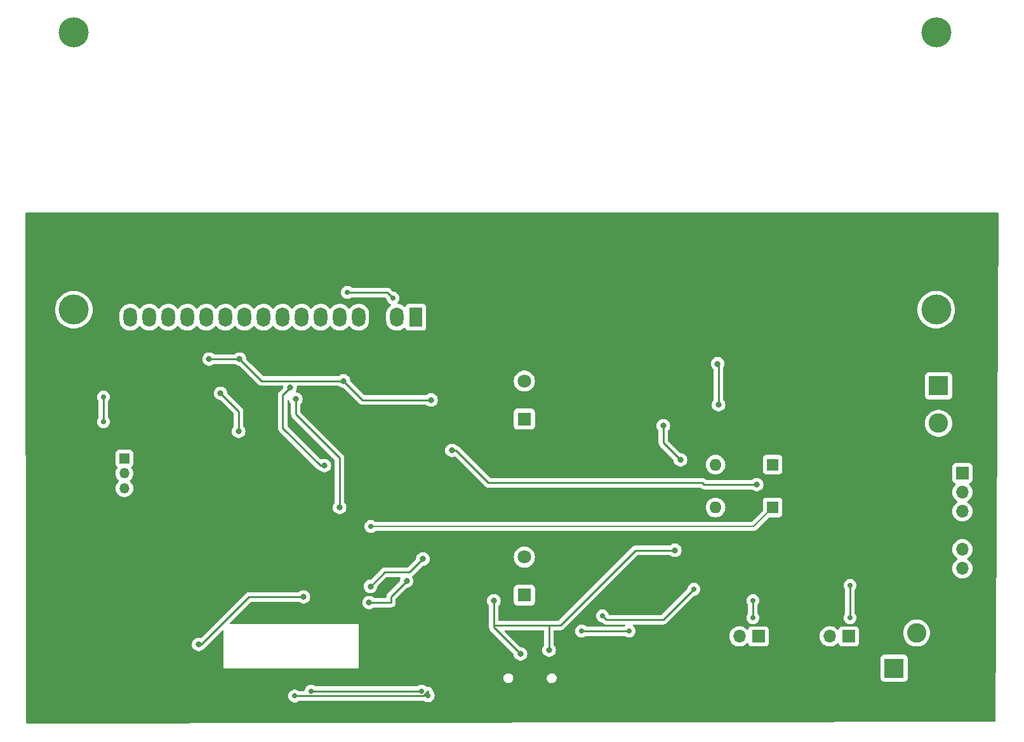
<source format=gbr>
%TF.GenerationSoftware,KiCad,Pcbnew,7.0.10*%
%TF.CreationDate,2024-04-10T04:00:51-07:00*%
%TF.ProjectId,COFFEE_MAKER,434f4646-4545-45f4-9d41-4b45522e6b69,rev?*%
%TF.SameCoordinates,Original*%
%TF.FileFunction,Copper,L2,Bot*%
%TF.FilePolarity,Positive*%
%FSLAX46Y46*%
G04 Gerber Fmt 4.6, Leading zero omitted, Abs format (unit mm)*
G04 Created by KiCad (PCBNEW 7.0.10) date 2024-04-10 04:00:51*
%MOMM*%
%LPD*%
G01*
G04 APERTURE LIST*
%TA.AperFunction,ComponentPad*%
%ADD10R,1.350000X1.350000*%
%TD*%
%TA.AperFunction,ComponentPad*%
%ADD11O,1.350000X1.350000*%
%TD*%
%TA.AperFunction,ComponentPad*%
%ADD12R,2.600000X2.600000*%
%TD*%
%TA.AperFunction,ComponentPad*%
%ADD13C,2.600000*%
%TD*%
%TA.AperFunction,ComponentPad*%
%ADD14C,4.000000*%
%TD*%
%TA.AperFunction,ComponentPad*%
%ADD15R,1.800000X2.600000*%
%TD*%
%TA.AperFunction,ComponentPad*%
%ADD16O,1.800000X2.600000*%
%TD*%
%TA.AperFunction,ComponentPad*%
%ADD17R,1.700000X1.700000*%
%TD*%
%TA.AperFunction,ComponentPad*%
%ADD18O,1.700000X1.700000*%
%TD*%
%TA.AperFunction,ComponentPad*%
%ADD19R,1.800000X1.800000*%
%TD*%
%TA.AperFunction,ComponentPad*%
%ADD20C,1.800000*%
%TD*%
%TA.AperFunction,ComponentPad*%
%ADD21R,1.600000X1.600000*%
%TD*%
%TA.AperFunction,ComponentPad*%
%ADD22O,1.600000X1.600000*%
%TD*%
%TA.AperFunction,ComponentPad*%
%ADD23O,1.000000X2.100000*%
%TD*%
%TA.AperFunction,ComponentPad*%
%ADD24O,1.000000X1.800000*%
%TD*%
%TA.AperFunction,ViaPad*%
%ADD25C,0.800000*%
%TD*%
%TA.AperFunction,ViaPad*%
%ADD26C,0.711200*%
%TD*%
%TA.AperFunction,Conductor*%
%ADD27C,0.250000*%
%TD*%
%TA.AperFunction,Conductor*%
%ADD28C,0.203200*%
%TD*%
G04 APERTURE END LIST*
D10*
%TO.P,J7,1,Pin_1*%
%TO.N,LCD_scl*%
X112268000Y-83614000D03*
D11*
%TO.P,J7,2,Pin_2*%
%TO.N,LCD_sda*%
X112268000Y-85614000D03*
%TO.P,J7,3,Pin_3*%
%TO.N,+5V*%
X112268000Y-87614000D03*
%TO.P,J7,4,Pin_4*%
%TO.N,GND*%
X112268000Y-89614000D03*
%TD*%
D12*
%TO.P,J4,1,Pin_1*%
%TO.N,Net-(J4-Pin_1)*%
X220860620Y-73929240D03*
D13*
%TO.P,J4,2,Pin_2*%
%TO.N,Net-(J4-Pin_2)*%
X220860620Y-78929240D03*
%TD*%
D14*
%TO.P,DS1,*%
%TO.N,*%
X220530420Y-63769240D03*
X220530420Y-26769060D03*
X105529380Y-63769240D03*
X105529380Y-26769060D03*
D15*
%TO.P,DS1,1,LEDK*%
%TO.N,Net-(DS1-LEDK)*%
X151130000Y-64770000D03*
D16*
%TO.P,DS1,2,LEDA*%
%TO.N,Net-(DS1-LEDA)*%
X148590000Y-64770000D03*
%TO.P,DS1,3,VSS*%
%TO.N,GND*%
X146050000Y-64770000D03*
%TO.P,DS1,4,VDD*%
%TO.N,+5V*%
X143510000Y-64770000D03*
%TO.P,DS1,5,Vo*%
%TO.N,Net-(DS1-Vo)*%
X140970000Y-64770000D03*
%TO.P,DS1,6,RS*%
%TO.N,Net-(DS1-RS)*%
X138430000Y-64770000D03*
%TO.P,DS1,7,R/~{W}*%
%TO.N,Net-(DS1-R{slash}~{W})*%
X135890000Y-64770000D03*
%TO.P,DS1,8,E*%
%TO.N,Net-(DS1-E)*%
X133350000Y-64770000D03*
%TO.P,DS1,9,DB0*%
%TO.N,unconnected-(DS1-DB0-Pad9)*%
X130810000Y-64770000D03*
%TO.P,DS1,10,DB1*%
%TO.N,unconnected-(DS1-DB1-Pad10)*%
X128270000Y-64770000D03*
%TO.P,DS1,11,DB2*%
%TO.N,unconnected-(DS1-DB2-Pad11)*%
X125730000Y-64770000D03*
%TO.P,DS1,12,DB3*%
%TO.N,unconnected-(DS1-DB3-Pad12)*%
X123190000Y-64770000D03*
%TO.P,DS1,13,DB4*%
%TO.N,Net-(DS1-DB4)*%
X120650000Y-64770000D03*
%TO.P,DS1,14,DB5*%
%TO.N,Net-(DS1-DB5)*%
X118110000Y-64770000D03*
%TO.P,DS1,15,DB6*%
%TO.N,Net-(DS1-DB6)*%
X115570000Y-64770000D03*
%TO.P,DS1,16,DB7*%
%TO.N,Net-(DS1-DB7)*%
X113030000Y-64770000D03*
%TD*%
D17*
%TO.P,J1,1,Pin_1*%
%TO.N,+3V3*%
X208900000Y-107385000D03*
D18*
%TO.P,J1,2,Pin_2*%
%TO.N,RELAY_COIL*%
X206360000Y-107385000D03*
%TO.P,J1,3,Pin_3*%
%TO.N,GND*%
X203820000Y-107385000D03*
%TD*%
D17*
%TO.P,J3,1,Pin_1*%
%TO.N,+3V3*%
X196835000Y-107385000D03*
D18*
%TO.P,J3,2,Pin_2*%
%TO.N,RELAY_FAN*%
X194295000Y-107385000D03*
%TO.P,J3,3,Pin_3*%
%TO.N,GND*%
X191755000Y-107385000D03*
%TD*%
D19*
%TO.P,U1,1,IN*%
%TO.N,V_ALL+*%
X165620620Y-101879240D03*
D20*
%TO.P,U1,2,GND*%
%TO.N,GND*%
X165620620Y-99339240D03*
%TO.P,U1,3,OUT*%
%TO.N,Net-(U1-OUT)*%
X165620620Y-96799240D03*
%TD*%
D19*
%TO.P,U2,1,IN*%
%TO.N,V_ALL+*%
X165615620Y-78374240D03*
D20*
%TO.P,U2,2,GND*%
%TO.N,GND*%
X165615620Y-75834240D03*
%TO.P,U2,3,OUT*%
%TO.N,Net-(U2-OUT)*%
X165615620Y-73294240D03*
%TD*%
D21*
%TO.P,D7,1,K*%
%TO.N,TC_sck*%
X198730000Y-84455000D03*
D22*
%TO.P,D7,2,A*%
%TO.N,Net-(D7-A)*%
X191110000Y-84455000D03*
%TD*%
D17*
%TO.P,J2,1,Pin_1*%
%TO.N,TC_sck*%
X224028000Y-85598000D03*
D18*
%TO.P,J2,2,Pin_2*%
%TO.N,TC_so*%
X224028000Y-88138000D03*
%TO.P,J2,3,Pin_3*%
%TO.N,TC_cs*%
X224028000Y-90678000D03*
%TO.P,J2,4,Pin_4*%
%TO.N,GND*%
X224028000Y-93218000D03*
%TO.P,J2,5,Pin_5*%
%TO.N,+3V3*%
X224028000Y-95758000D03*
%TO.P,J2,6,Pin_6*%
%TO.N,unconnected-(J2-Pin_6-Pad6)*%
X224028000Y-98298000D03*
%TD*%
D23*
%TO.P,J5,S1,SHIELD*%
%TO.N,GND*%
X162050000Y-112465000D03*
D24*
X162050000Y-116645000D03*
D23*
X170690000Y-112465000D03*
D24*
X170690000Y-116645000D03*
%TD*%
D21*
%TO.P,D8,1,K*%
%TO.N,TC_cs*%
X198730000Y-90170000D03*
D22*
%TO.P,D8,2,A*%
%TO.N,Net-(D8-A)*%
X191110000Y-90170000D03*
%TD*%
D12*
%TO.P,J6,1*%
%TO.N,V_ALL+*%
X214932000Y-111634000D03*
D13*
%TO.P,J6,2*%
%TO.N,GND*%
X220932000Y-111634000D03*
%TO.P,J6,3*%
%TO.N,N/C*%
X217932000Y-106934000D03*
%TD*%
D25*
%TO.N,+5V*%
X123571000Y-70358000D03*
X161544000Y-102616000D03*
X153162000Y-75819000D03*
X185674000Y-95885000D03*
X165100000Y-109728000D03*
X127635000Y-70358000D03*
D26*
X109474000Y-75438000D03*
D25*
X168914653Y-109224653D03*
X141478000Y-73279000D03*
D26*
X109474000Y-78740000D03*
%TO.N,+3V3*%
X196088000Y-102616000D03*
D25*
X136144000Y-102108000D03*
D26*
X209042000Y-104902000D03*
X209042000Y-100584000D03*
D25*
X191516000Y-76454000D03*
D26*
X176022000Y-104648000D03*
D25*
X149918380Y-99993000D03*
X191389000Y-70993000D03*
X122174000Y-108458000D03*
D26*
X196088000Y-104902000D03*
X188214000Y-101092000D03*
D25*
X144907000Y-102870000D03*
%TO.N,Net-(U8-EN)*%
X145096000Y-100711000D03*
X152077380Y-97056760D03*
%TO.N,TC_sck*%
X155956000Y-82550000D03*
X196596000Y-87122000D03*
D26*
%TO.N,TC_cs*%
X145161000Y-92710000D03*
D25*
%TO.N,Net-(D8-A)*%
X186436000Y-83820000D03*
X184150000Y-79248000D03*
D26*
%TO.N,Net-(DS1-LEDA)*%
X148082000Y-62230000D03*
X141986000Y-61468000D03*
%TO.N,RELAY_COIL*%
X135001000Y-115339400D03*
X152781000Y-115297540D03*
%TO.N,RELAY_FAN*%
X137160000Y-114681000D03*
X151892000Y-114681000D03*
%TO.N,Net-(J5-CC2)*%
X179578000Y-106680000D03*
X173228000Y-106680000D03*
D25*
%TO.N,LCD_scl*%
X134366000Y-74168000D03*
X138938000Y-84582000D03*
%TO.N,LCD_sda*%
X135128000Y-75692000D03*
X140970000Y-90170000D03*
%TO.N,Net-(JP1-B)*%
X127508000Y-80010000D03*
X125095000Y-74930000D03*
%TD*%
D27*
%TO.N,+5V*%
X123571000Y-70358000D02*
X127635000Y-70358000D01*
X141478000Y-73279000D02*
X130556000Y-73279000D01*
X161544000Y-102616000D02*
X161544000Y-105918000D01*
X170434000Y-105918000D02*
X168910000Y-105918000D01*
X161544000Y-106172000D02*
X161544000Y-105918000D01*
X168910000Y-109220000D02*
X168910000Y-105918000D01*
X168914653Y-109224653D02*
X168910000Y-109220000D01*
X180467000Y-95885000D02*
X170434000Y-105918000D01*
X144018000Y-75819000D02*
X141478000Y-73279000D01*
X185674000Y-95885000D02*
X180467000Y-95885000D01*
X168910000Y-105918000D02*
X161544000Y-105918000D01*
X130556000Y-73279000D02*
X127635000Y-70358000D01*
X109474000Y-75438000D02*
X109474000Y-78740000D01*
X153162000Y-75819000D02*
X144018000Y-75819000D01*
X165100000Y-109728000D02*
X161544000Y-106172000D01*
%TO.N,+3V3*%
X191516000Y-76454000D02*
X191516000Y-71120000D01*
X191516000Y-71120000D02*
X191389000Y-70993000D01*
X122555000Y-108458000D02*
X128905000Y-102108000D01*
X122174000Y-108458000D02*
X122555000Y-108458000D01*
X196088000Y-102616000D02*
X196088000Y-104902000D01*
X176530000Y-105156000D02*
X184150000Y-105156000D01*
X184150000Y-105156000D02*
X188214000Y-101092000D01*
X147843240Y-102870000D02*
X144907000Y-102870000D01*
X149918380Y-99993000D02*
X147843240Y-102068140D01*
X147843240Y-102068140D02*
X147843240Y-102870000D01*
X176022000Y-104648000D02*
X176530000Y-105156000D01*
X128905000Y-102108000D02*
X136144000Y-102108000D01*
X209042000Y-100584000D02*
X209042000Y-104902000D01*
%TO.N,Net-(U8-EN)*%
X146972240Y-98834760D02*
X150299380Y-98834760D01*
X150299380Y-98834760D02*
X152077380Y-97056760D01*
X145096000Y-100711000D02*
X146972240Y-98834760D01*
%TO.N,TC_sck*%
X155956000Y-82550000D02*
X156464000Y-82550000D01*
X189597005Y-87122000D02*
X196596000Y-87122000D01*
X156464000Y-82550000D02*
X160782000Y-86868000D01*
X189343005Y-86868000D02*
X189597005Y-87122000D01*
X160782000Y-86868000D02*
X189343005Y-86868000D01*
D28*
%TO.N,TC_cs*%
X145161000Y-92710000D02*
X196190000Y-92710000D01*
X196190000Y-92710000D02*
X198730000Y-90170000D01*
D27*
%TO.N,Net-(D8-A)*%
X184150000Y-79248000D02*
X184150000Y-81534000D01*
X184150000Y-81534000D02*
X186436000Y-83820000D01*
%TO.N,Net-(DS1-LEDA)*%
X147320000Y-61468000D02*
X148082000Y-62230000D01*
X141986000Y-61468000D02*
X147320000Y-61468000D01*
%TO.N,RELAY_COIL*%
X152781000Y-115297540D02*
X152781000Y-114723119D01*
X152781000Y-114723119D02*
X152164719Y-115339400D01*
X152164719Y-115339400D02*
X135001000Y-115339400D01*
%TO.N,RELAY_FAN*%
X137160000Y-114681000D02*
X151892000Y-114681000D01*
%TO.N,Net-(J5-CC2)*%
X173228000Y-106680000D02*
X179578000Y-106680000D01*
%TO.N,LCD_scl*%
X133387000Y-75147000D02*
X134366000Y-74168000D01*
X138430000Y-84582000D02*
X133387000Y-79539000D01*
X133387000Y-79539000D02*
X133387000Y-75147000D01*
X138938000Y-84582000D02*
X138430000Y-84582000D01*
%TO.N,LCD_sda*%
X135128000Y-75692000D02*
X135128000Y-77724000D01*
X140970000Y-83566000D02*
X140970000Y-90170000D01*
X135128000Y-77724000D02*
X140970000Y-83566000D01*
X140970000Y-90424000D02*
X140970000Y-90170000D01*
%TO.N,Net-(JP1-B)*%
X127508000Y-77343000D02*
X125095000Y-74930000D01*
X127508000Y-80010000D02*
X127508000Y-77343000D01*
%TD*%
%TA.AperFunction,Conductor*%
%TO.N,GND*%
G36*
X228796342Y-50819685D02*
G01*
X228842097Y-50872489D01*
X228853300Y-50924693D01*
X228615701Y-93296601D01*
X228473690Y-118621936D01*
X228453630Y-118688864D01*
X228400570Y-118734322D01*
X228349936Y-118745241D01*
X99311013Y-118998756D01*
X99243935Y-118979203D01*
X99198076Y-118926489D01*
X99186769Y-118874987D01*
X99181394Y-115988582D01*
X99180185Y-115339400D01*
X134140184Y-115339400D01*
X134158995Y-115518374D01*
X134214605Y-115689525D01*
X134304585Y-115845375D01*
X134387309Y-115937249D01*
X134413758Y-115966624D01*
X134425002Y-115979111D01*
X134570592Y-116084889D01*
X134734993Y-116158085D01*
X134734996Y-116158085D01*
X134734997Y-116158086D01*
X134763128Y-116164065D01*
X134911020Y-116195500D01*
X135090980Y-116195500D01*
X135267007Y-116158085D01*
X135431408Y-116084889D01*
X135563962Y-115988581D01*
X135629769Y-115965102D01*
X135636848Y-115964900D01*
X152081976Y-115964900D01*
X152097596Y-115966624D01*
X152097623Y-115966339D01*
X152105379Y-115967071D01*
X152105386Y-115967073D01*
X152172592Y-115964961D01*
X152176487Y-115964900D01*
X152202767Y-115964900D01*
X152269806Y-115984585D01*
X152275653Y-115988582D01*
X152350592Y-116043029D01*
X152514993Y-116116225D01*
X152514996Y-116116225D01*
X152514997Y-116116226D01*
X152543128Y-116122205D01*
X152691020Y-116153640D01*
X152870980Y-116153640D01*
X153047007Y-116116225D01*
X153211408Y-116043029D01*
X153356998Y-115937251D01*
X153477415Y-115803515D01*
X153567395Y-115647665D01*
X153623005Y-115476514D01*
X153641816Y-115297540D01*
X153623005Y-115118566D01*
X153567395Y-114947415D01*
X153477415Y-114791565D01*
X153436768Y-114746423D01*
X153406539Y-114683433D01*
X153405900Y-114679021D01*
X153403041Y-114656394D01*
X153402613Y-114652519D01*
X153396287Y-114585587D01*
X153394586Y-114577977D01*
X153394866Y-114577914D01*
X153393881Y-114573809D01*
X153393603Y-114573881D01*
X153391663Y-114566325D01*
X153366892Y-114503760D01*
X153365555Y-114500224D01*
X153342754Y-114436891D01*
X153342750Y-114436886D01*
X153342750Y-114436884D01*
X153339208Y-114429931D01*
X153339464Y-114429800D01*
X153337497Y-114426085D01*
X153337244Y-114426225D01*
X153333488Y-114419394D01*
X153333486Y-114419387D01*
X153293955Y-114364977D01*
X153291715Y-114361790D01*
X153270705Y-114330875D01*
X153253924Y-114306181D01*
X153253923Y-114306180D01*
X153248763Y-114300327D01*
X153248977Y-114300137D01*
X153246140Y-114297019D01*
X153245932Y-114297216D01*
X153240596Y-114291533D01*
X153188802Y-114248687D01*
X153185838Y-114246156D01*
X153135378Y-114201669D01*
X153128928Y-114197286D01*
X153129088Y-114197050D01*
X153125562Y-114194734D01*
X153125410Y-114194974D01*
X153118825Y-114190795D01*
X153057975Y-114162161D01*
X153054507Y-114160462D01*
X152994565Y-114129921D01*
X152987224Y-114127278D01*
X152987320Y-114127008D01*
X152983334Y-114125643D01*
X152983246Y-114125915D01*
X152975832Y-114123506D01*
X152959447Y-114120380D01*
X152909758Y-114110901D01*
X152905972Y-114110117D01*
X152840332Y-114095445D01*
X152832573Y-114094712D01*
X152832599Y-114094430D01*
X152828387Y-114094099D01*
X152828370Y-114094381D01*
X152820587Y-114093891D01*
X152753490Y-114098112D01*
X152749603Y-114098296D01*
X152682374Y-114100409D01*
X152674670Y-114101630D01*
X152674625Y-114101349D01*
X152670473Y-114102074D01*
X152670527Y-114102352D01*
X152662864Y-114103814D01*
X152632244Y-114113763D01*
X152562403Y-114115758D01*
X152502570Y-114079677D01*
X152501776Y-114078803D01*
X152468002Y-114041292D01*
X152468000Y-114041291D01*
X152467999Y-114041290D01*
X152467998Y-114041289D01*
X152322408Y-113935511D01*
X152158007Y-113862315D01*
X152158006Y-113862314D01*
X152158002Y-113862313D01*
X151981980Y-113824900D01*
X151802020Y-113824900D01*
X151625997Y-113862313D01*
X151461588Y-113935513D01*
X151329038Y-114031818D01*
X151263231Y-114055298D01*
X151256152Y-114055500D01*
X137795848Y-114055500D01*
X137728809Y-114035815D01*
X137722962Y-114031818D01*
X137590411Y-113935513D01*
X137590410Y-113935512D01*
X137590408Y-113935511D01*
X137426007Y-113862315D01*
X137426006Y-113862314D01*
X137426002Y-113862313D01*
X137249980Y-113824900D01*
X137070020Y-113824900D01*
X136893997Y-113862313D01*
X136729588Y-113935513D01*
X136584000Y-114041290D01*
X136463584Y-114175026D01*
X136373604Y-114330876D01*
X136324079Y-114483300D01*
X136317995Y-114502026D01*
X136308338Y-114593913D01*
X136307397Y-114602862D01*
X136280812Y-114667477D01*
X136223514Y-114707461D01*
X136184076Y-114713900D01*
X135636848Y-114713900D01*
X135569809Y-114694215D01*
X135563962Y-114690218D01*
X135554623Y-114683433D01*
X135431408Y-114593911D01*
X135267007Y-114520715D01*
X135267006Y-114520714D01*
X135267002Y-114520713D01*
X135090980Y-114483300D01*
X134911020Y-114483300D01*
X134734997Y-114520713D01*
X134734993Y-114520715D01*
X134589291Y-114585586D01*
X134570588Y-114593913D01*
X134425000Y-114699690D01*
X134304584Y-114833426D01*
X134214604Y-114989276D01*
X134158996Y-115160422D01*
X134158995Y-115160424D01*
X134158995Y-115160426D01*
X134140184Y-115339400D01*
X99180185Y-115339400D01*
X99175686Y-112923516D01*
X162820594Y-112923516D01*
X162830993Y-113088804D01*
X162830993Y-113088807D01*
X162859431Y-113176328D01*
X162882172Y-113246317D01*
X162970914Y-113386152D01*
X163091644Y-113499526D01*
X163091647Y-113499528D01*
X163091649Y-113499529D01*
X163236772Y-113579311D01*
X163236776Y-113579313D01*
X163397191Y-113620500D01*
X163397195Y-113620500D01*
X163521240Y-113620500D01*
X163521242Y-113620500D01*
X163521247Y-113620499D01*
X163521251Y-113620499D01*
X163534590Y-113618813D01*
X163644312Y-113604953D01*
X163798299Y-113543985D01*
X163932287Y-113446637D01*
X164037856Y-113319026D01*
X164108373Y-113169171D01*
X164139406Y-113006486D01*
X164134186Y-112923516D01*
X168600594Y-112923516D01*
X168610993Y-113088804D01*
X168610993Y-113088807D01*
X168639431Y-113176328D01*
X168662172Y-113246317D01*
X168750914Y-113386152D01*
X168871644Y-113499526D01*
X168871647Y-113499528D01*
X168871649Y-113499529D01*
X169016772Y-113579311D01*
X169016776Y-113579313D01*
X169177191Y-113620500D01*
X169177195Y-113620500D01*
X169301240Y-113620500D01*
X169301242Y-113620500D01*
X169301247Y-113620499D01*
X169301251Y-113620499D01*
X169314590Y-113618813D01*
X169424312Y-113604953D01*
X169578299Y-113543985D01*
X169712287Y-113446637D01*
X169817856Y-113319026D01*
X169888373Y-113169171D01*
X169919406Y-113006486D01*
X169917857Y-112981870D01*
X213131500Y-112981870D01*
X213131501Y-112981876D01*
X213137908Y-113041483D01*
X213188202Y-113176328D01*
X213188206Y-113176335D01*
X213274452Y-113291544D01*
X213274455Y-113291547D01*
X213389664Y-113377793D01*
X213389671Y-113377797D01*
X213524517Y-113428091D01*
X213524516Y-113428091D01*
X213531444Y-113428835D01*
X213584127Y-113434500D01*
X216279872Y-113434499D01*
X216339483Y-113428091D01*
X216474331Y-113377796D01*
X216589546Y-113291546D01*
X216675796Y-113176331D01*
X216726091Y-113041483D01*
X216732500Y-112981873D01*
X216732499Y-110286128D01*
X216726091Y-110226517D01*
X216677517Y-110096284D01*
X216675797Y-110091671D01*
X216675793Y-110091664D01*
X216589547Y-109976455D01*
X216589544Y-109976452D01*
X216474335Y-109890206D01*
X216474328Y-109890202D01*
X216339482Y-109839908D01*
X216339483Y-109839908D01*
X216279883Y-109833501D01*
X216279881Y-109833500D01*
X216279873Y-109833500D01*
X216279864Y-109833500D01*
X213584129Y-109833500D01*
X213584123Y-109833501D01*
X213524516Y-109839908D01*
X213389671Y-109890202D01*
X213389664Y-109890206D01*
X213274455Y-109976452D01*
X213274452Y-109976455D01*
X213188206Y-110091664D01*
X213188202Y-110091671D01*
X213137908Y-110226517D01*
X213131501Y-110286116D01*
X213131501Y-110286123D01*
X213131500Y-110286135D01*
X213131500Y-112981870D01*
X169917857Y-112981870D01*
X169909007Y-112841195D01*
X169857828Y-112683683D01*
X169769086Y-112543848D01*
X169648356Y-112430474D01*
X169648353Y-112430472D01*
X169648350Y-112430470D01*
X169503227Y-112350688D01*
X169503217Y-112350685D01*
X169342812Y-112309500D01*
X169342809Y-112309500D01*
X169218758Y-112309500D01*
X169218748Y-112309500D01*
X169095688Y-112325047D01*
X169095686Y-112325047D01*
X168941702Y-112386014D01*
X168941693Y-112386019D01*
X168807715Y-112483360D01*
X168807712Y-112483363D01*
X168702144Y-112610972D01*
X168631626Y-112760831D01*
X168600594Y-112923516D01*
X164134186Y-112923516D01*
X164129007Y-112841195D01*
X164077828Y-112683683D01*
X163989086Y-112543848D01*
X163868356Y-112430474D01*
X163868353Y-112430472D01*
X163868350Y-112430470D01*
X163723227Y-112350688D01*
X163723217Y-112350685D01*
X163562812Y-112309500D01*
X163562809Y-112309500D01*
X163438758Y-112309500D01*
X163438748Y-112309500D01*
X163315688Y-112325047D01*
X163315686Y-112325047D01*
X163161702Y-112386014D01*
X163161693Y-112386019D01*
X163027715Y-112483360D01*
X163027712Y-112483363D01*
X162922144Y-112610972D01*
X162851626Y-112760831D01*
X162820594Y-112923516D01*
X99175686Y-112923516D01*
X99167371Y-108458000D01*
X121268540Y-108458000D01*
X121288326Y-108646256D01*
X121288327Y-108646259D01*
X121346818Y-108826277D01*
X121346821Y-108826284D01*
X121441467Y-108990216D01*
X121483049Y-109036397D01*
X121568129Y-109130888D01*
X121721265Y-109242148D01*
X121721270Y-109242151D01*
X121894192Y-109319142D01*
X121894197Y-109319144D01*
X122079354Y-109358500D01*
X122079355Y-109358500D01*
X122268644Y-109358500D01*
X122268646Y-109358500D01*
X122453803Y-109319144D01*
X122626730Y-109242151D01*
X122779871Y-109130888D01*
X122906533Y-108990216D01*
X122906538Y-108990205D01*
X122908520Y-108987480D01*
X122936256Y-108962245D01*
X122935254Y-108960953D01*
X122941415Y-108956173D01*
X122941415Y-108956172D01*
X122941420Y-108956170D01*
X122955589Y-108941999D01*
X122970379Y-108929368D01*
X122986587Y-108917594D01*
X123014438Y-108883926D01*
X123022279Y-108875309D01*
X125288941Y-106608648D01*
X125350262Y-106575165D01*
X125419954Y-106580149D01*
X125475887Y-106622021D01*
X125500304Y-106687485D01*
X125500620Y-106696331D01*
X125500620Y-111669240D01*
X143500620Y-111669240D01*
X143500620Y-105719240D01*
X126477713Y-105719240D01*
X126410674Y-105699555D01*
X126364919Y-105646751D01*
X126354975Y-105577593D01*
X126384000Y-105514037D01*
X126390032Y-105507559D01*
X129127772Y-102769819D01*
X129189095Y-102736334D01*
X129215453Y-102733500D01*
X135440252Y-102733500D01*
X135507291Y-102753185D01*
X135532400Y-102774526D01*
X135538126Y-102780885D01*
X135538130Y-102780889D01*
X135691265Y-102892148D01*
X135691270Y-102892151D01*
X135864192Y-102969142D01*
X135864197Y-102969144D01*
X136049354Y-103008500D01*
X136049355Y-103008500D01*
X136238644Y-103008500D01*
X136238646Y-103008500D01*
X136423803Y-102969144D01*
X136596730Y-102892151D01*
X136627218Y-102870000D01*
X144001540Y-102870000D01*
X144021326Y-103058256D01*
X144021327Y-103058259D01*
X144079818Y-103238277D01*
X144079821Y-103238284D01*
X144174467Y-103402216D01*
X144295401Y-103536526D01*
X144301129Y-103542888D01*
X144454265Y-103654148D01*
X144454270Y-103654151D01*
X144627192Y-103731142D01*
X144627197Y-103731144D01*
X144812354Y-103770500D01*
X144812355Y-103770500D01*
X145001644Y-103770500D01*
X145001646Y-103770500D01*
X145186803Y-103731144D01*
X145359730Y-103654151D01*
X145512871Y-103542888D01*
X145515788Y-103539647D01*
X145518600Y-103536526D01*
X145578087Y-103499879D01*
X145610748Y-103495500D01*
X147772393Y-103495500D01*
X147795625Y-103497696D01*
X147797229Y-103498001D01*
X147803652Y-103499227D01*
X147803653Y-103499226D01*
X147803654Y-103499227D01*
X147858999Y-103495745D01*
X147866785Y-103495500D01*
X147882582Y-103495500D01*
X147882590Y-103495500D01*
X147898311Y-103493513D01*
X147905975Y-103492789D01*
X147961378Y-103489304D01*
X147969145Y-103486780D01*
X147991920Y-103481688D01*
X148000032Y-103480664D01*
X148051636Y-103460231D01*
X148058911Y-103457612D01*
X148111681Y-103440467D01*
X148118577Y-103436090D01*
X148139373Y-103425494D01*
X148146972Y-103422486D01*
X148191871Y-103389864D01*
X148198266Y-103385517D01*
X148245117Y-103355786D01*
X148250706Y-103349833D01*
X148268219Y-103334394D01*
X148274827Y-103329594D01*
X148310194Y-103286840D01*
X148315318Y-103281029D01*
X148353302Y-103240582D01*
X148357238Y-103233421D01*
X148370359Y-103214114D01*
X148375564Y-103207823D01*
X148399179Y-103157638D01*
X148402707Y-103150711D01*
X148429437Y-103102092D01*
X148431467Y-103094181D01*
X148439375Y-103072218D01*
X148442854Y-103064826D01*
X148453250Y-103010325D01*
X148454937Y-103002775D01*
X148468740Y-102949019D01*
X148468740Y-102940844D01*
X148470937Y-102917606D01*
X148472467Y-102909586D01*
X148468985Y-102854241D01*
X148468740Y-102846455D01*
X148468740Y-102616000D01*
X160638540Y-102616000D01*
X160658326Y-102804256D01*
X160658327Y-102804259D01*
X160716818Y-102984277D01*
X160716821Y-102984284D01*
X160811467Y-103148216D01*
X160816778Y-103154114D01*
X160886650Y-103231715D01*
X160916880Y-103294706D01*
X160918500Y-103314687D01*
X160918500Y-105847152D01*
X160916305Y-105870382D01*
X160914773Y-105878414D01*
X160918255Y-105933757D01*
X160918500Y-105941543D01*
X160918500Y-106089255D01*
X160916775Y-106104872D01*
X160917061Y-106104899D01*
X160916326Y-106112665D01*
X160918439Y-106179872D01*
X160918500Y-106183767D01*
X160918500Y-106211357D01*
X160919003Y-106215335D01*
X160919918Y-106226967D01*
X160921290Y-106270624D01*
X160921291Y-106270627D01*
X160926880Y-106289867D01*
X160930824Y-106308911D01*
X160933336Y-106328792D01*
X160949414Y-106369403D01*
X160953197Y-106380452D01*
X160963574Y-106416170D01*
X160965382Y-106422390D01*
X160974849Y-106438399D01*
X160975580Y-106439634D01*
X160984138Y-106457103D01*
X160991514Y-106475732D01*
X161017181Y-106511060D01*
X161023593Y-106520821D01*
X161045828Y-106558417D01*
X161045833Y-106558424D01*
X161059990Y-106572580D01*
X161072628Y-106587376D01*
X161084405Y-106603586D01*
X161084406Y-106603587D01*
X161118057Y-106631425D01*
X161126698Y-106639288D01*
X164161038Y-109673629D01*
X164194523Y-109734952D01*
X164196678Y-109748348D01*
X164197574Y-109756869D01*
X164214326Y-109916256D01*
X164214327Y-109916259D01*
X164272818Y-110096277D01*
X164272821Y-110096284D01*
X164367467Y-110260216D01*
X164390805Y-110286135D01*
X164494129Y-110400888D01*
X164647265Y-110512148D01*
X164647270Y-110512151D01*
X164820192Y-110589142D01*
X164820197Y-110589144D01*
X165005354Y-110628500D01*
X165005355Y-110628500D01*
X165194644Y-110628500D01*
X165194646Y-110628500D01*
X165379803Y-110589144D01*
X165552730Y-110512151D01*
X165705871Y-110400888D01*
X165832533Y-110260216D01*
X165927179Y-110096284D01*
X165985674Y-109916256D01*
X166005460Y-109728000D01*
X165985674Y-109539744D01*
X165927179Y-109359716D01*
X165832533Y-109195784D01*
X165705871Y-109055112D01*
X165680112Y-109036397D01*
X165552734Y-108943851D01*
X165552729Y-108943848D01*
X165379807Y-108866857D01*
X165379802Y-108866855D01*
X165234001Y-108835865D01*
X165194646Y-108827500D01*
X165194645Y-108827500D01*
X165135453Y-108827500D01*
X165068414Y-108807815D01*
X165047772Y-108791181D01*
X163011772Y-106755181D01*
X162978287Y-106693858D01*
X162983271Y-106624166D01*
X163025143Y-106568233D01*
X163090607Y-106543816D01*
X163099453Y-106543500D01*
X168160500Y-106543500D01*
X168227539Y-106563185D01*
X168273294Y-106615989D01*
X168284500Y-106667500D01*
X168284500Y-108531133D01*
X168264815Y-108598172D01*
X168252650Y-108614105D01*
X168182119Y-108692437D01*
X168087474Y-108856368D01*
X168087471Y-108856375D01*
X168028980Y-109036393D01*
X168028979Y-109036397D01*
X168009193Y-109224653D01*
X168028979Y-109412909D01*
X168028980Y-109412912D01*
X168087471Y-109592930D01*
X168087474Y-109592937D01*
X168182120Y-109756869D01*
X168251119Y-109833500D01*
X168308782Y-109897541D01*
X168461918Y-110008801D01*
X168461923Y-110008804D01*
X168634845Y-110085795D01*
X168634850Y-110085797D01*
X168820007Y-110125153D01*
X168820008Y-110125153D01*
X169009297Y-110125153D01*
X169009299Y-110125153D01*
X169194456Y-110085797D01*
X169367383Y-110008804D01*
X169520524Y-109897541D01*
X169647186Y-109756869D01*
X169741832Y-109592937D01*
X169800327Y-109412909D01*
X169820113Y-109224653D01*
X169800327Y-109036397D01*
X169741832Y-108856369D01*
X169647186Y-108692437D01*
X169567350Y-108603770D01*
X169537120Y-108540778D01*
X169535500Y-108520798D01*
X169535500Y-106680000D01*
X172367184Y-106680000D01*
X172385995Y-106858975D01*
X172385996Y-106858977D01*
X172410373Y-106934004D01*
X172441605Y-107030125D01*
X172531585Y-107185975D01*
X172652002Y-107319711D01*
X172797592Y-107425489D01*
X172961993Y-107498685D01*
X172961996Y-107498685D01*
X172961997Y-107498686D01*
X172990128Y-107504665D01*
X173138020Y-107536100D01*
X173317980Y-107536100D01*
X173494007Y-107498685D01*
X173658408Y-107425489D01*
X173790962Y-107329181D01*
X173856769Y-107305702D01*
X173863848Y-107305500D01*
X178942152Y-107305500D01*
X179009191Y-107325185D01*
X179015031Y-107329177D01*
X179147592Y-107425489D01*
X179311993Y-107498685D01*
X179311996Y-107498685D01*
X179311997Y-107498686D01*
X179340128Y-107504665D01*
X179488020Y-107536100D01*
X179667980Y-107536100D01*
X179844007Y-107498685D01*
X180008408Y-107425489D01*
X180064136Y-107385000D01*
X192939341Y-107385000D01*
X192959936Y-107620403D01*
X192959938Y-107620413D01*
X193021094Y-107848655D01*
X193021096Y-107848659D01*
X193021097Y-107848663D01*
X193105499Y-108029663D01*
X193120965Y-108062830D01*
X193120967Y-108062834D01*
X193190464Y-108162085D01*
X193256505Y-108256401D01*
X193423599Y-108423495D01*
X193520384Y-108491265D01*
X193617165Y-108559032D01*
X193617167Y-108559033D01*
X193617170Y-108559035D01*
X193831337Y-108658903D01*
X194059592Y-108720063D01*
X194236034Y-108735500D01*
X194294999Y-108740659D01*
X194295000Y-108740659D01*
X194295001Y-108740659D01*
X194353966Y-108735500D01*
X194530408Y-108720063D01*
X194758663Y-108658903D01*
X194972830Y-108559035D01*
X195166401Y-108423495D01*
X195288329Y-108301566D01*
X195349648Y-108268084D01*
X195419340Y-108273068D01*
X195475274Y-108314939D01*
X195492189Y-108345917D01*
X195541202Y-108477328D01*
X195541206Y-108477335D01*
X195627452Y-108592544D01*
X195627455Y-108592547D01*
X195742664Y-108678793D01*
X195742671Y-108678797D01*
X195877517Y-108729091D01*
X195877516Y-108729091D01*
X195884444Y-108729835D01*
X195937127Y-108735500D01*
X197732872Y-108735499D01*
X197792483Y-108729091D01*
X197927331Y-108678796D01*
X198042546Y-108592546D01*
X198128796Y-108477331D01*
X198179091Y-108342483D01*
X198185500Y-108282873D01*
X198185499Y-107385000D01*
X205004341Y-107385000D01*
X205024936Y-107620403D01*
X205024938Y-107620413D01*
X205086094Y-107848655D01*
X205086096Y-107848659D01*
X205086097Y-107848663D01*
X205170499Y-108029663D01*
X205185965Y-108062830D01*
X205185967Y-108062834D01*
X205255464Y-108162085D01*
X205321505Y-108256401D01*
X205488599Y-108423495D01*
X205585384Y-108491265D01*
X205682165Y-108559032D01*
X205682167Y-108559033D01*
X205682170Y-108559035D01*
X205896337Y-108658903D01*
X206124592Y-108720063D01*
X206301034Y-108735500D01*
X206359999Y-108740659D01*
X206360000Y-108740659D01*
X206360001Y-108740659D01*
X206418966Y-108735500D01*
X206595408Y-108720063D01*
X206823663Y-108658903D01*
X207037830Y-108559035D01*
X207231401Y-108423495D01*
X207353329Y-108301566D01*
X207414648Y-108268084D01*
X207484340Y-108273068D01*
X207540274Y-108314939D01*
X207557189Y-108345917D01*
X207606202Y-108477328D01*
X207606206Y-108477335D01*
X207692452Y-108592544D01*
X207692455Y-108592547D01*
X207807664Y-108678793D01*
X207807671Y-108678797D01*
X207942517Y-108729091D01*
X207942516Y-108729091D01*
X207949444Y-108729835D01*
X208002127Y-108735500D01*
X209797872Y-108735499D01*
X209857483Y-108729091D01*
X209992331Y-108678796D01*
X210107546Y-108592546D01*
X210193796Y-108477331D01*
X210244091Y-108342483D01*
X210250500Y-108282873D01*
X210250499Y-106934004D01*
X216126451Y-106934004D01*
X216146616Y-107203101D01*
X216206664Y-107466188D01*
X216206666Y-107466195D01*
X216219417Y-107498685D01*
X216305257Y-107717398D01*
X216440185Y-107951102D01*
X216550731Y-108089722D01*
X216608442Y-108162089D01*
X216795183Y-108335358D01*
X216806259Y-108345635D01*
X217029226Y-108497651D01*
X217272359Y-108614738D01*
X217530228Y-108694280D01*
X217530229Y-108694280D01*
X217530232Y-108694281D01*
X217797063Y-108734499D01*
X217797068Y-108734499D01*
X217797071Y-108734500D01*
X217797072Y-108734500D01*
X218066928Y-108734500D01*
X218066929Y-108734500D01*
X218066936Y-108734499D01*
X218333767Y-108694281D01*
X218333768Y-108694280D01*
X218333772Y-108694280D01*
X218591641Y-108614738D01*
X218834775Y-108497651D01*
X219057741Y-108345635D01*
X219255561Y-108162085D01*
X219423815Y-107951102D01*
X219558743Y-107717398D01*
X219657334Y-107466195D01*
X219717383Y-107203103D01*
X219737549Y-106934000D01*
X219717383Y-106664897D01*
X219657334Y-106401805D01*
X219558743Y-106150602D01*
X219423815Y-105916898D01*
X219255561Y-105705915D01*
X219255560Y-105705914D01*
X219255557Y-105705910D01*
X219057741Y-105522365D01*
X218976075Y-105466686D01*
X218834775Y-105370349D01*
X218834769Y-105370346D01*
X218834768Y-105370345D01*
X218834767Y-105370344D01*
X218591643Y-105253263D01*
X218591645Y-105253263D01*
X218333773Y-105173720D01*
X218333767Y-105173718D01*
X218066936Y-105133500D01*
X218066929Y-105133500D01*
X217797071Y-105133500D01*
X217797063Y-105133500D01*
X217530232Y-105173718D01*
X217530226Y-105173720D01*
X217272358Y-105253262D01*
X217029230Y-105370346D01*
X216806258Y-105522365D01*
X216608442Y-105705910D01*
X216440185Y-105916898D01*
X216305258Y-106150599D01*
X216305256Y-106150603D01*
X216206666Y-106401804D01*
X216206664Y-106401811D01*
X216146616Y-106664898D01*
X216126451Y-106933995D01*
X216126451Y-106934004D01*
X210250499Y-106934004D01*
X210250499Y-106487128D01*
X210244091Y-106427517D01*
X210242810Y-106424083D01*
X210193797Y-106292671D01*
X210193793Y-106292664D01*
X210107547Y-106177455D01*
X210107544Y-106177452D01*
X209992335Y-106091206D01*
X209992328Y-106091202D01*
X209857482Y-106040908D01*
X209857483Y-106040908D01*
X209797883Y-106034501D01*
X209797881Y-106034500D01*
X209797873Y-106034500D01*
X209797864Y-106034500D01*
X208002129Y-106034500D01*
X208002123Y-106034501D01*
X207942516Y-106040908D01*
X207807671Y-106091202D01*
X207807664Y-106091206D01*
X207692455Y-106177452D01*
X207692452Y-106177455D01*
X207606206Y-106292664D01*
X207606203Y-106292669D01*
X207557189Y-106424083D01*
X207515317Y-106480016D01*
X207449853Y-106504433D01*
X207381580Y-106489581D01*
X207353326Y-106468430D01*
X207231402Y-106346506D01*
X207231395Y-106346501D01*
X207227740Y-106343942D01*
X207154518Y-106292671D01*
X207037834Y-106210967D01*
X207037830Y-106210965D01*
X206979504Y-106183767D01*
X206823663Y-106111097D01*
X206823659Y-106111096D01*
X206823655Y-106111094D01*
X206595413Y-106049938D01*
X206595403Y-106049936D01*
X206360001Y-106029341D01*
X206359999Y-106029341D01*
X206124596Y-106049936D01*
X206124586Y-106049938D01*
X205896344Y-106111094D01*
X205896337Y-106111096D01*
X205896337Y-106111097D01*
X205892970Y-106112667D01*
X205682171Y-106210964D01*
X205682169Y-106210965D01*
X205488597Y-106346505D01*
X205321505Y-106513597D01*
X205185965Y-106707169D01*
X205185964Y-106707171D01*
X205086098Y-106921335D01*
X205086094Y-106921344D01*
X205024938Y-107149586D01*
X205024936Y-107149596D01*
X205004341Y-107384999D01*
X205004341Y-107385000D01*
X198185499Y-107385000D01*
X198185499Y-106487128D01*
X198179091Y-106427517D01*
X198177810Y-106424083D01*
X198128797Y-106292671D01*
X198128793Y-106292664D01*
X198042547Y-106177455D01*
X198042544Y-106177452D01*
X197927335Y-106091206D01*
X197927328Y-106091202D01*
X197792482Y-106040908D01*
X197792483Y-106040908D01*
X197732883Y-106034501D01*
X197732881Y-106034500D01*
X197732873Y-106034500D01*
X197732864Y-106034500D01*
X195937129Y-106034500D01*
X195937123Y-106034501D01*
X195877516Y-106040908D01*
X195742671Y-106091202D01*
X195742664Y-106091206D01*
X195627455Y-106177452D01*
X195627452Y-106177455D01*
X195541206Y-106292664D01*
X195541203Y-106292669D01*
X195492189Y-106424083D01*
X195450317Y-106480016D01*
X195384853Y-106504433D01*
X195316580Y-106489581D01*
X195288326Y-106468430D01*
X195166402Y-106346506D01*
X195166395Y-106346501D01*
X195162740Y-106343942D01*
X195089518Y-106292671D01*
X194972834Y-106210967D01*
X194972830Y-106210965D01*
X194914504Y-106183767D01*
X194758663Y-106111097D01*
X194758659Y-106111096D01*
X194758655Y-106111094D01*
X194530413Y-106049938D01*
X194530403Y-106049936D01*
X194295001Y-106029341D01*
X194294999Y-106029341D01*
X194059596Y-106049936D01*
X194059586Y-106049938D01*
X193831344Y-106111094D01*
X193831337Y-106111096D01*
X193831337Y-106111097D01*
X193827970Y-106112667D01*
X193617171Y-106210964D01*
X193617169Y-106210965D01*
X193423597Y-106346505D01*
X193256505Y-106513597D01*
X193120965Y-106707169D01*
X193120964Y-106707171D01*
X193021098Y-106921335D01*
X193021094Y-106921344D01*
X192959938Y-107149586D01*
X192959936Y-107149596D01*
X192939341Y-107384999D01*
X192939341Y-107385000D01*
X180064136Y-107385000D01*
X180153998Y-107319711D01*
X180274415Y-107185975D01*
X180364395Y-107030125D01*
X180420005Y-106858974D01*
X180438816Y-106680000D01*
X180420005Y-106501026D01*
X180364395Y-106329875D01*
X180274415Y-106174025D01*
X180153998Y-106040289D01*
X180140962Y-106030818D01*
X180106553Y-106005818D01*
X180063887Y-105950488D01*
X180057908Y-105880875D01*
X180090514Y-105819080D01*
X180151352Y-105784723D01*
X180179438Y-105781500D01*
X184067257Y-105781500D01*
X184082877Y-105783224D01*
X184082904Y-105782939D01*
X184090660Y-105783671D01*
X184090667Y-105783673D01*
X184157873Y-105781561D01*
X184161768Y-105781500D01*
X184189346Y-105781500D01*
X184189350Y-105781500D01*
X184193324Y-105780997D01*
X184204963Y-105780080D01*
X184248627Y-105778709D01*
X184267869Y-105773117D01*
X184286912Y-105769174D01*
X184306792Y-105766664D01*
X184347401Y-105750585D01*
X184358444Y-105746803D01*
X184400390Y-105734618D01*
X184417629Y-105724422D01*
X184435103Y-105715862D01*
X184453727Y-105708488D01*
X184453727Y-105708487D01*
X184453732Y-105708486D01*
X184489083Y-105682800D01*
X184498814Y-105676408D01*
X184536420Y-105654170D01*
X184550589Y-105639999D01*
X184565379Y-105627368D01*
X184581587Y-105615594D01*
X184609438Y-105581926D01*
X184617279Y-105573309D01*
X185288589Y-104902000D01*
X195227184Y-104902000D01*
X195245995Y-105080975D01*
X195245996Y-105080977D01*
X195291170Y-105220011D01*
X195301605Y-105252125D01*
X195391585Y-105407975D01*
X195512002Y-105541711D01*
X195657592Y-105647489D01*
X195821993Y-105720685D01*
X195821996Y-105720685D01*
X195821997Y-105720686D01*
X195824204Y-105721155D01*
X195998020Y-105758100D01*
X196177980Y-105758100D01*
X196354007Y-105720685D01*
X196518408Y-105647489D01*
X196663998Y-105541711D01*
X196784415Y-105407975D01*
X196874395Y-105252125D01*
X196930005Y-105080974D01*
X196948816Y-104902000D01*
X208181184Y-104902000D01*
X208199995Y-105080975D01*
X208199996Y-105080977D01*
X208245170Y-105220011D01*
X208255605Y-105252125D01*
X208345585Y-105407975D01*
X208466002Y-105541711D01*
X208611592Y-105647489D01*
X208775993Y-105720685D01*
X208775996Y-105720685D01*
X208775997Y-105720686D01*
X208778204Y-105721155D01*
X208952020Y-105758100D01*
X209131980Y-105758100D01*
X209308007Y-105720685D01*
X209472408Y-105647489D01*
X209617998Y-105541711D01*
X209738415Y-105407975D01*
X209828395Y-105252125D01*
X209884005Y-105080974D01*
X209902816Y-104902000D01*
X209884005Y-104723026D01*
X209828395Y-104551875D01*
X209738415Y-104396025D01*
X209717402Y-104372687D01*
X209699349Y-104352637D01*
X209669120Y-104289645D01*
X209667500Y-104269666D01*
X209667500Y-101216332D01*
X209687185Y-101149293D01*
X209699351Y-101133359D01*
X209738415Y-101089975D01*
X209828395Y-100934125D01*
X209884005Y-100762974D01*
X209902816Y-100584000D01*
X209884005Y-100405026D01*
X209828395Y-100233875D01*
X209738415Y-100078025D01*
X209617998Y-99944289D01*
X209530133Y-99880451D01*
X209472411Y-99838513D01*
X209472410Y-99838512D01*
X209472408Y-99838511D01*
X209308007Y-99765315D01*
X209308006Y-99765314D01*
X209308002Y-99765313D01*
X209131980Y-99727900D01*
X208952020Y-99727900D01*
X208775997Y-99765313D01*
X208611588Y-99838513D01*
X208466000Y-99944290D01*
X208345584Y-100078026D01*
X208255604Y-100233876D01*
X208199996Y-100405022D01*
X208199995Y-100405024D01*
X208181184Y-100584000D01*
X208199995Y-100762975D01*
X208199996Y-100762977D01*
X208254709Y-100931369D01*
X208255605Y-100934125D01*
X208345585Y-101089975D01*
X208384649Y-101133359D01*
X208414879Y-101196350D01*
X208416500Y-101216332D01*
X208416500Y-104269666D01*
X208396815Y-104336705D01*
X208384651Y-104352637D01*
X208345584Y-104396026D01*
X208255604Y-104551876D01*
X208199996Y-104723022D01*
X208199995Y-104723024D01*
X208181184Y-104902000D01*
X196948816Y-104902000D01*
X196930005Y-104723026D01*
X196874395Y-104551875D01*
X196784415Y-104396025D01*
X196763402Y-104372687D01*
X196745349Y-104352637D01*
X196715120Y-104289645D01*
X196713500Y-104269666D01*
X196713500Y-103248332D01*
X196733185Y-103181293D01*
X196745351Y-103165359D01*
X196752303Y-103157638D01*
X196784415Y-103121975D01*
X196874395Y-102966125D01*
X196930005Y-102794974D01*
X196948816Y-102616000D01*
X196930005Y-102437026D01*
X196874395Y-102265875D01*
X196784415Y-102110025D01*
X196663998Y-101976289D01*
X196518408Y-101870511D01*
X196354007Y-101797315D01*
X196354006Y-101797314D01*
X196354002Y-101797313D01*
X196177980Y-101759900D01*
X195998020Y-101759900D01*
X195821997Y-101797313D01*
X195744431Y-101831848D01*
X195691427Y-101855447D01*
X195657588Y-101870513D01*
X195512000Y-101976290D01*
X195391584Y-102110026D01*
X195301604Y-102265876D01*
X195245996Y-102437022D01*
X195245995Y-102437024D01*
X195227184Y-102616000D01*
X195245995Y-102794975D01*
X195245996Y-102794977D01*
X195293390Y-102940844D01*
X195301605Y-102966125D01*
X195391585Y-103121975D01*
X195423697Y-103157638D01*
X195430649Y-103165359D01*
X195460879Y-103228350D01*
X195462500Y-103248332D01*
X195462500Y-104269666D01*
X195442815Y-104336705D01*
X195430651Y-104352637D01*
X195391584Y-104396026D01*
X195301604Y-104551876D01*
X195245996Y-104723022D01*
X195245995Y-104723024D01*
X195227184Y-104902000D01*
X185288589Y-104902000D01*
X188206172Y-101984419D01*
X188267495Y-101950934D01*
X188293853Y-101948100D01*
X188303980Y-101948100D01*
X188480007Y-101910685D01*
X188644408Y-101837489D01*
X188789998Y-101731711D01*
X188910415Y-101597975D01*
X189000395Y-101442125D01*
X189056005Y-101270974D01*
X189074816Y-101092000D01*
X189056005Y-100913026D01*
X189000395Y-100741875D01*
X188910415Y-100586025D01*
X188789998Y-100452289D01*
X188644408Y-100346511D01*
X188480007Y-100273315D01*
X188480006Y-100273314D01*
X188480002Y-100273313D01*
X188303980Y-100235900D01*
X188124020Y-100235900D01*
X187947997Y-100273313D01*
X187947993Y-100273315D01*
X187792103Y-100342722D01*
X187783588Y-100346513D01*
X187638000Y-100452290D01*
X187517584Y-100586026D01*
X187427604Y-100741876D01*
X187371996Y-100913021D01*
X187371996Y-100913022D01*
X187371995Y-100913026D01*
X187360566Y-101021764D01*
X187333981Y-101086378D01*
X187324926Y-101096482D01*
X183927228Y-104494181D01*
X183865905Y-104527666D01*
X183839547Y-104530500D01*
X176974070Y-104530500D01*
X176907031Y-104510815D01*
X176861276Y-104458011D01*
X176856139Y-104444818D01*
X176840285Y-104396025D01*
X176808395Y-104297875D01*
X176718415Y-104142025D01*
X176597998Y-104008289D01*
X176452408Y-103902511D01*
X176288007Y-103829315D01*
X176288006Y-103829314D01*
X176288002Y-103829313D01*
X176111980Y-103791900D01*
X175932020Y-103791900D01*
X175755997Y-103829313D01*
X175591588Y-103902513D01*
X175446000Y-104008290D01*
X175325584Y-104142026D01*
X175235604Y-104297876D01*
X175179996Y-104469022D01*
X175179995Y-104469024D01*
X175179995Y-104469026D01*
X175161184Y-104648000D01*
X175179995Y-104826974D01*
X175235605Y-104998125D01*
X175325585Y-105153975D01*
X175413958Y-105252123D01*
X175432589Y-105272815D01*
X175446002Y-105287711D01*
X175591592Y-105393489D01*
X175755993Y-105466685D01*
X175755996Y-105466685D01*
X175755997Y-105466686D01*
X175784128Y-105472665D01*
X175932020Y-105504100D01*
X175941916Y-105504100D01*
X176008955Y-105523785D01*
X176037941Y-105552935D01*
X176039239Y-105551863D01*
X176044211Y-105557873D01*
X176044214Y-105557877D01*
X176093223Y-105603900D01*
X176096021Y-105606612D01*
X176115522Y-105626114D01*
X176115526Y-105626117D01*
X176115529Y-105626120D01*
X176118702Y-105628581D01*
X176127574Y-105636159D01*
X176159418Y-105666062D01*
X176176976Y-105675714D01*
X176193235Y-105686395D01*
X176209064Y-105698673D01*
X176249155Y-105716021D01*
X176259626Y-105721151D01*
X176282180Y-105733550D01*
X176297902Y-105742194D01*
X176297904Y-105742195D01*
X176297908Y-105742197D01*
X176317316Y-105747180D01*
X176335719Y-105753481D01*
X176354101Y-105761436D01*
X176354102Y-105761436D01*
X176354104Y-105761437D01*
X176397250Y-105768270D01*
X176408672Y-105770636D01*
X176450981Y-105781500D01*
X176471016Y-105781500D01*
X176490415Y-105783027D01*
X176510196Y-105786160D01*
X176550939Y-105782308D01*
X176553672Y-105782050D01*
X176565342Y-105781500D01*
X178976562Y-105781500D01*
X179043601Y-105801185D01*
X179089356Y-105853989D01*
X179099300Y-105923147D01*
X179070275Y-105986703D01*
X179049452Y-106005814D01*
X179015035Y-106030819D01*
X178949230Y-106054298D01*
X178942152Y-106054500D01*
X173863848Y-106054500D01*
X173796809Y-106034815D01*
X173790968Y-106030822D01*
X173658408Y-105934511D01*
X173494007Y-105861315D01*
X173494006Y-105861314D01*
X173494002Y-105861313D01*
X173317980Y-105823900D01*
X173138020Y-105823900D01*
X172961997Y-105861313D01*
X172961993Y-105861315D01*
X172837152Y-105916898D01*
X172797588Y-105934513D01*
X172652000Y-106040290D01*
X172531584Y-106174026D01*
X172441604Y-106329876D01*
X172385996Y-106501022D01*
X172385995Y-106501024D01*
X172367184Y-106680000D01*
X169535500Y-106680000D01*
X169535500Y-106667500D01*
X169555185Y-106600461D01*
X169607989Y-106554706D01*
X169659500Y-106543500D01*
X170351257Y-106543500D01*
X170366877Y-106545224D01*
X170366904Y-106544939D01*
X170374660Y-106545671D01*
X170374667Y-106545673D01*
X170441873Y-106543561D01*
X170445768Y-106543500D01*
X170473346Y-106543500D01*
X170473350Y-106543500D01*
X170477324Y-106542997D01*
X170488963Y-106542080D01*
X170532627Y-106540709D01*
X170551869Y-106535117D01*
X170570912Y-106531174D01*
X170590792Y-106528664D01*
X170631401Y-106512585D01*
X170642444Y-106508803D01*
X170684390Y-106496618D01*
X170701629Y-106486422D01*
X170719103Y-106477862D01*
X170737727Y-106470488D01*
X170737727Y-106470487D01*
X170737732Y-106470486D01*
X170773083Y-106444800D01*
X170782814Y-106438408D01*
X170820420Y-106416170D01*
X170834589Y-106401999D01*
X170849379Y-106389368D01*
X170865587Y-106377594D01*
X170893438Y-106343926D01*
X170901279Y-106335309D01*
X178938590Y-98298000D01*
X222672341Y-98298000D01*
X222692936Y-98533403D01*
X222692938Y-98533413D01*
X222754094Y-98761655D01*
X222754096Y-98761659D01*
X222754097Y-98761663D01*
X222853965Y-98975830D01*
X222853967Y-98975834D01*
X222962281Y-99130521D01*
X222989505Y-99169401D01*
X223156599Y-99336495D01*
X223176342Y-99350319D01*
X223350165Y-99472032D01*
X223350167Y-99472033D01*
X223350170Y-99472035D01*
X223564337Y-99571903D01*
X223792592Y-99633063D01*
X223980918Y-99649539D01*
X224027999Y-99653659D01*
X224028000Y-99653659D01*
X224028001Y-99653659D01*
X224067234Y-99650226D01*
X224263408Y-99633063D01*
X224491663Y-99571903D01*
X224705830Y-99472035D01*
X224899401Y-99336495D01*
X225066495Y-99169401D01*
X225202035Y-98975830D01*
X225301903Y-98761663D01*
X225363063Y-98533408D01*
X225383659Y-98298000D01*
X225363063Y-98062592D01*
X225316626Y-97889285D01*
X225301905Y-97834344D01*
X225301904Y-97834343D01*
X225301903Y-97834337D01*
X225202035Y-97620171D01*
X225180193Y-97588976D01*
X225066494Y-97426597D01*
X224899402Y-97259506D01*
X224899396Y-97259501D01*
X224713842Y-97129575D01*
X224670217Y-97074998D01*
X224663023Y-97005500D01*
X224694546Y-96943145D01*
X224713842Y-96926425D01*
X224736026Y-96910891D01*
X224899401Y-96796495D01*
X225066495Y-96629401D01*
X225202035Y-96435830D01*
X225301903Y-96221663D01*
X225363063Y-95993408D01*
X225383659Y-95758000D01*
X225363063Y-95522592D01*
X225307863Y-95316579D01*
X225301905Y-95294344D01*
X225301904Y-95294343D01*
X225301903Y-95294337D01*
X225202035Y-95080171D01*
X225162603Y-95023855D01*
X225066494Y-94886597D01*
X224899402Y-94719506D01*
X224899395Y-94719501D01*
X224705834Y-94583967D01*
X224705830Y-94583965D01*
X224705828Y-94583964D01*
X224491663Y-94484097D01*
X224491659Y-94484096D01*
X224491655Y-94484094D01*
X224263413Y-94422938D01*
X224263403Y-94422936D01*
X224028001Y-94402341D01*
X224027999Y-94402341D01*
X223792596Y-94422936D01*
X223792586Y-94422938D01*
X223564344Y-94484094D01*
X223564335Y-94484098D01*
X223350171Y-94583964D01*
X223350169Y-94583965D01*
X223156597Y-94719505D01*
X222989505Y-94886597D01*
X222853965Y-95080169D01*
X222853964Y-95080171D01*
X222754098Y-95294335D01*
X222754094Y-95294344D01*
X222692938Y-95522586D01*
X222692936Y-95522596D01*
X222672341Y-95757999D01*
X222672341Y-95758000D01*
X222692936Y-95993403D01*
X222692938Y-95993413D01*
X222754094Y-96221655D01*
X222754096Y-96221659D01*
X222754097Y-96221663D01*
X222777854Y-96272609D01*
X222853965Y-96435830D01*
X222853967Y-96435834D01*
X222989501Y-96629395D01*
X222989506Y-96629402D01*
X223156597Y-96796493D01*
X223156603Y-96796498D01*
X223342158Y-96926425D01*
X223385783Y-96981002D01*
X223392977Y-97050500D01*
X223361454Y-97112855D01*
X223342158Y-97129575D01*
X223156597Y-97259505D01*
X222989505Y-97426597D01*
X222853965Y-97620169D01*
X222853964Y-97620171D01*
X222754098Y-97834335D01*
X222754094Y-97834344D01*
X222692938Y-98062586D01*
X222692936Y-98062596D01*
X222672341Y-98297999D01*
X222672341Y-98298000D01*
X178938590Y-98298000D01*
X180689771Y-96546819D01*
X180751094Y-96513334D01*
X180777452Y-96510500D01*
X184970252Y-96510500D01*
X185037291Y-96530185D01*
X185062400Y-96551526D01*
X185068126Y-96557885D01*
X185068130Y-96557889D01*
X185221265Y-96669148D01*
X185221270Y-96669151D01*
X185394192Y-96746142D01*
X185394197Y-96746144D01*
X185579354Y-96785500D01*
X185579355Y-96785500D01*
X185768644Y-96785500D01*
X185768646Y-96785500D01*
X185953803Y-96746144D01*
X186126730Y-96669151D01*
X186279871Y-96557888D01*
X186406533Y-96417216D01*
X186501179Y-96253284D01*
X186559674Y-96073256D01*
X186579460Y-95885000D01*
X186559674Y-95696744D01*
X186501179Y-95516716D01*
X186406533Y-95352784D01*
X186279871Y-95212112D01*
X186279870Y-95212111D01*
X186126734Y-95100851D01*
X186126729Y-95100848D01*
X185953807Y-95023857D01*
X185953802Y-95023855D01*
X185808001Y-94992865D01*
X185768646Y-94984500D01*
X185579354Y-94984500D01*
X185546897Y-94991398D01*
X185394197Y-95023855D01*
X185394192Y-95023857D01*
X185221270Y-95100848D01*
X185221265Y-95100851D01*
X185068130Y-95212110D01*
X185068126Y-95212114D01*
X185062400Y-95218474D01*
X185002913Y-95255121D01*
X184970252Y-95259500D01*
X180549743Y-95259500D01*
X180534122Y-95257775D01*
X180534095Y-95258061D01*
X180526333Y-95257326D01*
X180459113Y-95259439D01*
X180455219Y-95259500D01*
X180427650Y-95259500D01*
X180423673Y-95260002D01*
X180412042Y-95260917D01*
X180368374Y-95262289D01*
X180368368Y-95262290D01*
X180349126Y-95267880D01*
X180330087Y-95271823D01*
X180310217Y-95274334D01*
X180310203Y-95274337D01*
X180269598Y-95290413D01*
X180258554Y-95294194D01*
X180216614Y-95306379D01*
X180216610Y-95306381D01*
X180199366Y-95316579D01*
X180181905Y-95325133D01*
X180163274Y-95332510D01*
X180163262Y-95332517D01*
X180127933Y-95358185D01*
X180118173Y-95364596D01*
X180080580Y-95386829D01*
X180066414Y-95400995D01*
X180051624Y-95413627D01*
X180035414Y-95425404D01*
X180035411Y-95425407D01*
X180007573Y-95459058D01*
X179999711Y-95467697D01*
X170211228Y-105256181D01*
X170149905Y-105289666D01*
X170123547Y-105292500D01*
X168980847Y-105292500D01*
X168957615Y-105290304D01*
X168949588Y-105288773D01*
X168949585Y-105288772D01*
X168894241Y-105292255D01*
X168886455Y-105292500D01*
X162293500Y-105292500D01*
X162226461Y-105272815D01*
X162180706Y-105220011D01*
X162169500Y-105168500D01*
X162169500Y-103314687D01*
X162189185Y-103247648D01*
X162201350Y-103231715D01*
X162229246Y-103200733D01*
X162276533Y-103148216D01*
X162371179Y-102984284D01*
X162422248Y-102827110D01*
X164220120Y-102827110D01*
X164220121Y-102827111D01*
X164226528Y-102886723D01*
X164276822Y-103021568D01*
X164276826Y-103021575D01*
X164363072Y-103136784D01*
X164363075Y-103136787D01*
X164478284Y-103223033D01*
X164478291Y-103223037D01*
X164613137Y-103273331D01*
X164613136Y-103273331D01*
X164620064Y-103274075D01*
X164672747Y-103279740D01*
X166568492Y-103279739D01*
X166628103Y-103273331D01*
X166762951Y-103223036D01*
X166878166Y-103136786D01*
X166964416Y-103021571D01*
X167014711Y-102886723D01*
X167021120Y-102827113D01*
X167021119Y-100931368D01*
X167014711Y-100871757D01*
X166979425Y-100777151D01*
X166964417Y-100736911D01*
X166964413Y-100736904D01*
X166878167Y-100621695D01*
X166878164Y-100621692D01*
X166762955Y-100535446D01*
X166762948Y-100535442D01*
X166628102Y-100485148D01*
X166628103Y-100485148D01*
X166568503Y-100478741D01*
X166568501Y-100478740D01*
X166568493Y-100478740D01*
X166568484Y-100478740D01*
X164672749Y-100478740D01*
X164672743Y-100478741D01*
X164613136Y-100485148D01*
X164478291Y-100535442D01*
X164478284Y-100535446D01*
X164363075Y-100621692D01*
X164363072Y-100621695D01*
X164276826Y-100736904D01*
X164276822Y-100736911D01*
X164226528Y-100871757D01*
X164222092Y-100913021D01*
X164220121Y-100931363D01*
X164220120Y-100931375D01*
X164220120Y-102827110D01*
X162422248Y-102827110D01*
X162429674Y-102804256D01*
X162449460Y-102616000D01*
X162429674Y-102427744D01*
X162371179Y-102247716D01*
X162276533Y-102083784D01*
X162149871Y-101943112D01*
X162117708Y-101919744D01*
X161996734Y-101831851D01*
X161996729Y-101831848D01*
X161823807Y-101754857D01*
X161823802Y-101754855D01*
X161677060Y-101723665D01*
X161638646Y-101715500D01*
X161449354Y-101715500D01*
X161416897Y-101722398D01*
X161264197Y-101754855D01*
X161264192Y-101754857D01*
X161091270Y-101831848D01*
X161091265Y-101831851D01*
X160938129Y-101943111D01*
X160811466Y-102083785D01*
X160716821Y-102247715D01*
X160716818Y-102247722D01*
X160658327Y-102427740D01*
X160658326Y-102427744D01*
X160638540Y-102616000D01*
X148468740Y-102616000D01*
X148468740Y-102378592D01*
X148488425Y-102311553D01*
X148505059Y-102290911D01*
X149866152Y-100929819D01*
X149927475Y-100896334D01*
X149953833Y-100893500D01*
X150013024Y-100893500D01*
X150013026Y-100893500D01*
X150198183Y-100854144D01*
X150371110Y-100777151D01*
X150524251Y-100665888D01*
X150650913Y-100525216D01*
X150745559Y-100361284D01*
X150804054Y-100181256D01*
X150823840Y-99993000D01*
X150804054Y-99804744D01*
X150745559Y-99624716D01*
X150664459Y-99484246D01*
X150647986Y-99416345D01*
X150670839Y-99350319D01*
X150684159Y-99334570D01*
X150685797Y-99332931D01*
X150685800Y-99332930D01*
X150699970Y-99318758D01*
X150714759Y-99306128D01*
X150730967Y-99294354D01*
X150758818Y-99260686D01*
X150766659Y-99252069D01*
X152025151Y-97993579D01*
X152086474Y-97960094D01*
X152112832Y-97957260D01*
X152172024Y-97957260D01*
X152172026Y-97957260D01*
X152357183Y-97917904D01*
X152530110Y-97840911D01*
X152683251Y-97729648D01*
X152809913Y-97588976D01*
X152904559Y-97425044D01*
X152963054Y-97245016D01*
X152982840Y-97056760D01*
X152963054Y-96868504D01*
X152940551Y-96799246D01*
X164215320Y-96799246D01*
X164234484Y-97030537D01*
X164234486Y-97030548D01*
X164291462Y-97255540D01*
X164384695Y-97468088D01*
X164511636Y-97662387D01*
X164511639Y-97662391D01*
X164511641Y-97662393D01*
X164668836Y-97833153D01*
X164668839Y-97833155D01*
X164668842Y-97833158D01*
X164851985Y-97975704D01*
X164851991Y-97975708D01*
X164851994Y-97975710D01*
X165056117Y-98086176D01*
X165170107Y-98125308D01*
X165275635Y-98161537D01*
X165275637Y-98161537D01*
X165275639Y-98161538D01*
X165504571Y-98199740D01*
X165504572Y-98199740D01*
X165736668Y-98199740D01*
X165736669Y-98199740D01*
X165965601Y-98161538D01*
X166185123Y-98086176D01*
X166389246Y-97975710D01*
X166572404Y-97833153D01*
X166729599Y-97662393D01*
X166856544Y-97468089D01*
X166949777Y-97255540D01*
X167006754Y-97030545D01*
X167006965Y-97028000D01*
X167025920Y-96799246D01*
X167025920Y-96799233D01*
X167006755Y-96567942D01*
X167006753Y-96567931D01*
X166949777Y-96342939D01*
X166856544Y-96130391D01*
X166729603Y-95936092D01*
X166729600Y-95936089D01*
X166729599Y-95936087D01*
X166572404Y-95765327D01*
X166572399Y-95765323D01*
X166572397Y-95765321D01*
X166389254Y-95622775D01*
X166389248Y-95622771D01*
X166185124Y-95512304D01*
X166185115Y-95512301D01*
X165965604Y-95436942D01*
X165750182Y-95400995D01*
X165736669Y-95398740D01*
X165504571Y-95398740D01*
X165491058Y-95400995D01*
X165275635Y-95436942D01*
X165056124Y-95512301D01*
X165056115Y-95512304D01*
X164851991Y-95622771D01*
X164851985Y-95622775D01*
X164668842Y-95765321D01*
X164668839Y-95765324D01*
X164511636Y-95936092D01*
X164384695Y-96130391D01*
X164291462Y-96342939D01*
X164234486Y-96567931D01*
X164234484Y-96567942D01*
X164215320Y-96799233D01*
X164215320Y-96799246D01*
X152940551Y-96799246D01*
X152904559Y-96688476D01*
X152809913Y-96524544D01*
X152683251Y-96383872D01*
X152626913Y-96342940D01*
X152530114Y-96272611D01*
X152530109Y-96272608D01*
X152357187Y-96195617D01*
X152357182Y-96195615D01*
X152211381Y-96164625D01*
X152172026Y-96156260D01*
X151982734Y-96156260D01*
X151950277Y-96163158D01*
X151797577Y-96195615D01*
X151797572Y-96195617D01*
X151624650Y-96272608D01*
X151624645Y-96272611D01*
X151471509Y-96383871D01*
X151344846Y-96524545D01*
X151250201Y-96688475D01*
X151250198Y-96688482D01*
X151214211Y-96799240D01*
X151191706Y-96868504D01*
X151177308Y-97005500D01*
X151174059Y-97036409D01*
X151147474Y-97101023D01*
X151138419Y-97111128D01*
X150076608Y-98172941D01*
X150015285Y-98206426D01*
X149988927Y-98209260D01*
X147054978Y-98209260D01*
X147039361Y-98207536D01*
X147039334Y-98207822D01*
X147031572Y-98207087D01*
X146964385Y-98209199D01*
X146960491Y-98209260D01*
X146932890Y-98209260D01*
X146929202Y-98209725D01*
X146928889Y-98209765D01*
X146917271Y-98210678D01*
X146873613Y-98212050D01*
X146873612Y-98212050D01*
X146854369Y-98217641D01*
X146835319Y-98221585D01*
X146815451Y-98224094D01*
X146815450Y-98224094D01*
X146774839Y-98240173D01*
X146763794Y-98243954D01*
X146721854Y-98256139D01*
X146721850Y-98256141D01*
X146704606Y-98266339D01*
X146687145Y-98274893D01*
X146668514Y-98282270D01*
X146668502Y-98282277D01*
X146633173Y-98307945D01*
X146623413Y-98314356D01*
X146585820Y-98336589D01*
X146571654Y-98350755D01*
X146556864Y-98363387D01*
X146540654Y-98375164D01*
X146540651Y-98375167D01*
X146512813Y-98408818D01*
X146504951Y-98417457D01*
X145148228Y-99774181D01*
X145086905Y-99807666D01*
X145060547Y-99810500D01*
X145001354Y-99810500D01*
X144968897Y-99817398D01*
X144816197Y-99849855D01*
X144816192Y-99849857D01*
X144643270Y-99926848D01*
X144643265Y-99926851D01*
X144490129Y-100038111D01*
X144363466Y-100178785D01*
X144268821Y-100342715D01*
X144268818Y-100342722D01*
X144222541Y-100485149D01*
X144210326Y-100522744D01*
X144190540Y-100711000D01*
X144210326Y-100899256D01*
X144210327Y-100899259D01*
X144268818Y-101079277D01*
X144268821Y-101079284D01*
X144363467Y-101243216D01*
X144490129Y-101383888D01*
X144643265Y-101495148D01*
X144643270Y-101495151D01*
X144816192Y-101572142D01*
X144816197Y-101572144D01*
X145001354Y-101611500D01*
X145001355Y-101611500D01*
X145190644Y-101611500D01*
X145190646Y-101611500D01*
X145375803Y-101572144D01*
X145548730Y-101495151D01*
X145701871Y-101383888D01*
X145828533Y-101243216D01*
X145923179Y-101079284D01*
X145981674Y-100899256D01*
X145999321Y-100731344D01*
X146025904Y-100666734D01*
X146034951Y-100656638D01*
X147195012Y-99496579D01*
X147256335Y-99463094D01*
X147282693Y-99460260D01*
X148973964Y-99460260D01*
X149041003Y-99479945D01*
X149086758Y-99532749D01*
X149096702Y-99601907D01*
X149091895Y-99622578D01*
X149032707Y-99804740D01*
X149032706Y-99804744D01*
X149015059Y-99972649D01*
X148988474Y-100037263D01*
X148979419Y-100047368D01*
X147459448Y-101567339D01*
X147447191Y-101577160D01*
X147447374Y-101577381D01*
X147441362Y-101582354D01*
X147395338Y-101631363D01*
X147392631Y-101634156D01*
X147373129Y-101653657D01*
X147373115Y-101653674D01*
X147370647Y-101656855D01*
X147363083Y-101665710D01*
X147333177Y-101697558D01*
X147333176Y-101697560D01*
X147323524Y-101715116D01*
X147312850Y-101731366D01*
X147300569Y-101747201D01*
X147300564Y-101747208D01*
X147283215Y-101787298D01*
X147278078Y-101797784D01*
X147257043Y-101836046D01*
X147252062Y-101855447D01*
X147245761Y-101873850D01*
X147237802Y-101892242D01*
X147237801Y-101892245D01*
X147230968Y-101935383D01*
X147228600Y-101946814D01*
X147217741Y-101989111D01*
X147217740Y-101989122D01*
X147217740Y-102009156D01*
X147216213Y-102028555D01*
X147213080Y-102048334D01*
X147213080Y-102048335D01*
X147217190Y-102091814D01*
X147217740Y-102103483D01*
X147217740Y-102120500D01*
X147198055Y-102187539D01*
X147145251Y-102233294D01*
X147093740Y-102244500D01*
X145610748Y-102244500D01*
X145543709Y-102224815D01*
X145518600Y-102203474D01*
X145512873Y-102197114D01*
X145512869Y-102197110D01*
X145359734Y-102085851D01*
X145359729Y-102085848D01*
X145186807Y-102008857D01*
X145186802Y-102008855D01*
X145033586Y-101976289D01*
X145001646Y-101969500D01*
X144812354Y-101969500D01*
X144780414Y-101976289D01*
X144627197Y-102008855D01*
X144627192Y-102008857D01*
X144454270Y-102085848D01*
X144454265Y-102085851D01*
X144301129Y-102197111D01*
X144174466Y-102337785D01*
X144079821Y-102501715D01*
X144079818Y-102501722D01*
X144034820Y-102640214D01*
X144021326Y-102681744D01*
X144001540Y-102870000D01*
X136627218Y-102870000D01*
X136749871Y-102780888D01*
X136876533Y-102640216D01*
X136971179Y-102476284D01*
X137029674Y-102296256D01*
X137049460Y-102108000D01*
X137029674Y-101919744D01*
X136971179Y-101739716D01*
X136876533Y-101575784D01*
X136749871Y-101435112D01*
X136749870Y-101435111D01*
X136596734Y-101323851D01*
X136596729Y-101323848D01*
X136423807Y-101246857D01*
X136423802Y-101246855D01*
X136278001Y-101215865D01*
X136238646Y-101207500D01*
X136049354Y-101207500D01*
X136016897Y-101214398D01*
X135864197Y-101246855D01*
X135864192Y-101246857D01*
X135691270Y-101323848D01*
X135691265Y-101323851D01*
X135538130Y-101435110D01*
X135538126Y-101435114D01*
X135532400Y-101441474D01*
X135472913Y-101478121D01*
X135440252Y-101482500D01*
X128987738Y-101482500D01*
X128972121Y-101480776D01*
X128972094Y-101481062D01*
X128964332Y-101480327D01*
X128897145Y-101482439D01*
X128893251Y-101482500D01*
X128865650Y-101482500D01*
X128861962Y-101482965D01*
X128861649Y-101483005D01*
X128850031Y-101483918D01*
X128806373Y-101485290D01*
X128806372Y-101485290D01*
X128787129Y-101490881D01*
X128768079Y-101494825D01*
X128748211Y-101497334D01*
X128748210Y-101497335D01*
X128707600Y-101513413D01*
X128696553Y-101517195D01*
X128654610Y-101529381D01*
X128654609Y-101529382D01*
X128637367Y-101539579D01*
X128619899Y-101548137D01*
X128601269Y-101555513D01*
X128601266Y-101555515D01*
X128565939Y-101581181D01*
X128556180Y-101587592D01*
X128518579Y-101609830D01*
X128504408Y-101624000D01*
X128489623Y-101636628D01*
X128473412Y-101648407D01*
X128445571Y-101682059D01*
X128437711Y-101690696D01*
X122565529Y-107562878D01*
X122504206Y-107596363D01*
X122452067Y-107596487D01*
X122268646Y-107557500D01*
X122079354Y-107557500D01*
X122046897Y-107564398D01*
X121894197Y-107596855D01*
X121894192Y-107596857D01*
X121721270Y-107673848D01*
X121721265Y-107673851D01*
X121568129Y-107785111D01*
X121441466Y-107925785D01*
X121346821Y-108089715D01*
X121346818Y-108089722D01*
X121323305Y-108162089D01*
X121288326Y-108269744D01*
X121268540Y-108458000D01*
X99167371Y-108458000D01*
X99138045Y-92710000D01*
X144300184Y-92710000D01*
X144318995Y-92888974D01*
X144374605Y-93060125D01*
X144464585Y-93215975D01*
X144585002Y-93349711D01*
X144730592Y-93455489D01*
X144894993Y-93528685D01*
X144894996Y-93528685D01*
X144894997Y-93528686D01*
X144923128Y-93534665D01*
X145071020Y-93566100D01*
X145250980Y-93566100D01*
X145427007Y-93528685D01*
X145591408Y-93455489D01*
X145736998Y-93349711D01*
X145737003Y-93349704D01*
X145741828Y-93345362D01*
X145743506Y-93347226D01*
X145793390Y-93316484D01*
X145826071Y-93312100D01*
X196142420Y-93312100D01*
X196158605Y-93313161D01*
X196189999Y-93317294D01*
X196190000Y-93317294D01*
X196190001Y-93317294D01*
X196204862Y-93315337D01*
X196229455Y-93312100D01*
X196229460Y-93312100D01*
X196347180Y-93296602D01*
X196493647Y-93235933D01*
X196519657Y-93215975D01*
X196587847Y-93163651D01*
X196587847Y-93163650D01*
X196595940Y-93157441D01*
X196595945Y-93157436D01*
X196598673Y-93155342D01*
X196619422Y-93139422D01*
X196638711Y-93114283D01*
X196649390Y-93102106D01*
X198244679Y-91506818D01*
X198306002Y-91473333D01*
X198332360Y-91470499D01*
X199577871Y-91470499D01*
X199577872Y-91470499D01*
X199637483Y-91464091D01*
X199772331Y-91413796D01*
X199887546Y-91327546D01*
X199973796Y-91212331D01*
X200024091Y-91077483D01*
X200030500Y-91017873D01*
X200030500Y-90678000D01*
X222672341Y-90678000D01*
X222692936Y-90913403D01*
X222692938Y-90913413D01*
X222754094Y-91141655D01*
X222754096Y-91141659D01*
X222754097Y-91141663D01*
X222828196Y-91300568D01*
X222853965Y-91355830D01*
X222853967Y-91355834D01*
X222959688Y-91506818D01*
X222989505Y-91549401D01*
X223156599Y-91716495D01*
X223253384Y-91784265D01*
X223350165Y-91852032D01*
X223350167Y-91852033D01*
X223350170Y-91852035D01*
X223564337Y-91951903D01*
X223792592Y-92013063D01*
X223980918Y-92029539D01*
X224027999Y-92033659D01*
X224028000Y-92033659D01*
X224028001Y-92033659D01*
X224067234Y-92030226D01*
X224263408Y-92013063D01*
X224491663Y-91951903D01*
X224705830Y-91852035D01*
X224899401Y-91716495D01*
X225066495Y-91549401D01*
X225202035Y-91355830D01*
X225301903Y-91141663D01*
X225363063Y-90913408D01*
X225383659Y-90678000D01*
X225363063Y-90442592D01*
X225301903Y-90214337D01*
X225202035Y-90000171D01*
X225189133Y-89981744D01*
X225066494Y-89806597D01*
X224899402Y-89639506D01*
X224899396Y-89639501D01*
X224713842Y-89509575D01*
X224670217Y-89454998D01*
X224663023Y-89385500D01*
X224694546Y-89323145D01*
X224713842Y-89306425D01*
X224776550Y-89262516D01*
X224899401Y-89176495D01*
X225066495Y-89009401D01*
X225202035Y-88815830D01*
X225301903Y-88601663D01*
X225363063Y-88373408D01*
X225383659Y-88138000D01*
X225363063Y-87902592D01*
X225301903Y-87674337D01*
X225202035Y-87460171D01*
X225183118Y-87433155D01*
X225066496Y-87266600D01*
X225051684Y-87251788D01*
X224944567Y-87144671D01*
X224911084Y-87083351D01*
X224916068Y-87013659D01*
X224957939Y-86957725D01*
X224988915Y-86940810D01*
X225120331Y-86891796D01*
X225235546Y-86805546D01*
X225321796Y-86690331D01*
X225372091Y-86555483D01*
X225378500Y-86495873D01*
X225378499Y-84700128D01*
X225372091Y-84640517D01*
X225358527Y-84604151D01*
X225321797Y-84505671D01*
X225321793Y-84505664D01*
X225235547Y-84390455D01*
X225235544Y-84390452D01*
X225120335Y-84304206D01*
X225120328Y-84304202D01*
X224985482Y-84253908D01*
X224985483Y-84253908D01*
X224925883Y-84247501D01*
X224925881Y-84247500D01*
X224925873Y-84247500D01*
X224925864Y-84247500D01*
X223130129Y-84247500D01*
X223130123Y-84247501D01*
X223070516Y-84253908D01*
X222935671Y-84304202D01*
X222935664Y-84304206D01*
X222820455Y-84390452D01*
X222820452Y-84390455D01*
X222734206Y-84505664D01*
X222734202Y-84505671D01*
X222683908Y-84640517D01*
X222677501Y-84700116D01*
X222677501Y-84700123D01*
X222677500Y-84700135D01*
X222677500Y-86495870D01*
X222677501Y-86495876D01*
X222683908Y-86555483D01*
X222734202Y-86690328D01*
X222734206Y-86690335D01*
X222820452Y-86805544D01*
X222820455Y-86805547D01*
X222935664Y-86891793D01*
X222935671Y-86891797D01*
X223067081Y-86940810D01*
X223123015Y-86982681D01*
X223147432Y-87048145D01*
X223132580Y-87116418D01*
X223111430Y-87144673D01*
X222989503Y-87266600D01*
X222853965Y-87460169D01*
X222853964Y-87460171D01*
X222754098Y-87674335D01*
X222754094Y-87674344D01*
X222692938Y-87902586D01*
X222692936Y-87902596D01*
X222672341Y-88137999D01*
X222672341Y-88138000D01*
X222692936Y-88373403D01*
X222692938Y-88373413D01*
X222754094Y-88601655D01*
X222754096Y-88601659D01*
X222754097Y-88601663D01*
X222786324Y-88670773D01*
X222853965Y-88815830D01*
X222853967Y-88815834D01*
X222989501Y-89009395D01*
X222989506Y-89009402D01*
X223156597Y-89176493D01*
X223156603Y-89176498D01*
X223342158Y-89306425D01*
X223385783Y-89361002D01*
X223392977Y-89430500D01*
X223361454Y-89492855D01*
X223342158Y-89509575D01*
X223156597Y-89639505D01*
X222989505Y-89806597D01*
X222853965Y-90000169D01*
X222853964Y-90000171D01*
X222754098Y-90214335D01*
X222754094Y-90214344D01*
X222692938Y-90442586D01*
X222692936Y-90442596D01*
X222672341Y-90677999D01*
X222672341Y-90678000D01*
X200030500Y-90678000D01*
X200030499Y-89322128D01*
X200024091Y-89262517D01*
X199989567Y-89169954D01*
X199973797Y-89127671D01*
X199973793Y-89127664D01*
X199887547Y-89012455D01*
X199887544Y-89012452D01*
X199772335Y-88926206D01*
X199772328Y-88926202D01*
X199637482Y-88875908D01*
X199637483Y-88875908D01*
X199577883Y-88869501D01*
X199577881Y-88869500D01*
X199577873Y-88869500D01*
X199577864Y-88869500D01*
X197882129Y-88869500D01*
X197882123Y-88869501D01*
X197822516Y-88875908D01*
X197687671Y-88926202D01*
X197687664Y-88926206D01*
X197572455Y-89012452D01*
X197572452Y-89012455D01*
X197486206Y-89127664D01*
X197486202Y-89127671D01*
X197435908Y-89262517D01*
X197431188Y-89306425D01*
X197429501Y-89322123D01*
X197429500Y-89322135D01*
X197429500Y-90567639D01*
X197409815Y-90634678D01*
X197393181Y-90655320D01*
X195976921Y-92071581D01*
X195915598Y-92105066D01*
X195889240Y-92107900D01*
X145826071Y-92107900D01*
X145759032Y-92088215D01*
X145742362Y-92074044D01*
X145741828Y-92074638D01*
X145737000Y-92070291D01*
X145736999Y-92070290D01*
X145736998Y-92070289D01*
X145591408Y-91964511D01*
X145427007Y-91891315D01*
X145427006Y-91891314D01*
X145427002Y-91891313D01*
X145250980Y-91853900D01*
X145071020Y-91853900D01*
X144894997Y-91891313D01*
X144730588Y-91964513D01*
X144585000Y-92070290D01*
X144464584Y-92204026D01*
X144374604Y-92359876D01*
X144318996Y-92531022D01*
X144318995Y-92531024D01*
X144318995Y-92531026D01*
X144300184Y-92710000D01*
X99138045Y-92710000D01*
X99128555Y-87614000D01*
X111087464Y-87614000D01*
X111107564Y-87830918D01*
X111107564Y-87830920D01*
X111107565Y-87830923D01*
X111128969Y-87906151D01*
X111167184Y-88040462D01*
X111264288Y-88235472D01*
X111395573Y-88409322D01*
X111556568Y-88556088D01*
X111556575Y-88556092D01*
X111556576Y-88556093D01*
X111741786Y-88670770D01*
X111741792Y-88670773D01*
X111764664Y-88679633D01*
X111944931Y-88749470D01*
X112159074Y-88789500D01*
X112159076Y-88789500D01*
X112376924Y-88789500D01*
X112376926Y-88789500D01*
X112591069Y-88749470D01*
X112794210Y-88670772D01*
X112979432Y-88556088D01*
X113140427Y-88409322D01*
X113271712Y-88235472D01*
X113368817Y-88040459D01*
X113428435Y-87830923D01*
X113448536Y-87614000D01*
X113447068Y-87598163D01*
X113440185Y-87523877D01*
X113428435Y-87397077D01*
X113368817Y-87187541D01*
X113271712Y-86992528D01*
X113140427Y-86818678D01*
X113016423Y-86705634D01*
X112980145Y-86645927D01*
X112981905Y-86576079D01*
X113016423Y-86522365D01*
X113140427Y-86409322D01*
X113271712Y-86235472D01*
X113368817Y-86040459D01*
X113428435Y-85830923D01*
X113448536Y-85614000D01*
X113428435Y-85397077D01*
X113368817Y-85187541D01*
X113271712Y-84992528D01*
X113190251Y-84884656D01*
X113165560Y-84819297D01*
X113180125Y-84750962D01*
X113214895Y-84710665D01*
X113262545Y-84674993D01*
X113300546Y-84646546D01*
X113386796Y-84531331D01*
X113437091Y-84396483D01*
X113443500Y-84336873D01*
X113443499Y-82891128D01*
X113437091Y-82831517D01*
X113386796Y-82696669D01*
X113386795Y-82696668D01*
X113386793Y-82696664D01*
X113300547Y-82581455D01*
X113300544Y-82581452D01*
X113185335Y-82495206D01*
X113185328Y-82495202D01*
X113050482Y-82444908D01*
X113050483Y-82444908D01*
X112990883Y-82438501D01*
X112990881Y-82438500D01*
X112990873Y-82438500D01*
X112990864Y-82438500D01*
X111545129Y-82438500D01*
X111545123Y-82438501D01*
X111485516Y-82444908D01*
X111350671Y-82495202D01*
X111350664Y-82495206D01*
X111235455Y-82581452D01*
X111235452Y-82581455D01*
X111149206Y-82696664D01*
X111149202Y-82696671D01*
X111098908Y-82831517D01*
X111093354Y-82883181D01*
X111092501Y-82891123D01*
X111092500Y-82891135D01*
X111092500Y-84336870D01*
X111092501Y-84336876D01*
X111098908Y-84396483D01*
X111149202Y-84531328D01*
X111149206Y-84531335D01*
X111203715Y-84604148D01*
X111235454Y-84646546D01*
X111321105Y-84710664D01*
X111362975Y-84766597D01*
X111367959Y-84836289D01*
X111345748Y-84884656D01*
X111264288Y-84992528D01*
X111167184Y-85187537D01*
X111107564Y-85397081D01*
X111087464Y-85613999D01*
X111087464Y-85614000D01*
X111107564Y-85830918D01*
X111167184Y-86040462D01*
X111264288Y-86235472D01*
X111395574Y-86409324D01*
X111519572Y-86522363D01*
X111555854Y-86582074D01*
X111554093Y-86651922D01*
X111519572Y-86705637D01*
X111395574Y-86818675D01*
X111264288Y-86992527D01*
X111167184Y-87187537D01*
X111107564Y-87397081D01*
X111087464Y-87613999D01*
X111087464Y-87614000D01*
X99128555Y-87614000D01*
X99112030Y-78740000D01*
X108613184Y-78740000D01*
X108631995Y-78918975D01*
X108631996Y-78918977D01*
X108677733Y-79059744D01*
X108687605Y-79090125D01*
X108777585Y-79245975D01*
X108898002Y-79379711D01*
X109043592Y-79485489D01*
X109207993Y-79558685D01*
X109207996Y-79558685D01*
X109207997Y-79558686D01*
X109236128Y-79564665D01*
X109384020Y-79596100D01*
X109563980Y-79596100D01*
X109740007Y-79558685D01*
X109904408Y-79485489D01*
X110049998Y-79379711D01*
X110170415Y-79245975D01*
X110260395Y-79090125D01*
X110316005Y-78918974D01*
X110334816Y-78740000D01*
X110316005Y-78561026D01*
X110260395Y-78389875D01*
X110170415Y-78234025D01*
X110149402Y-78210687D01*
X110131349Y-78190637D01*
X110101120Y-78127645D01*
X110099500Y-78107666D01*
X110099500Y-76070332D01*
X110119185Y-76003293D01*
X110131351Y-75987359D01*
X110170415Y-75943975D01*
X110260395Y-75788125D01*
X110316005Y-75616974D01*
X110334816Y-75438000D01*
X110316005Y-75259026D01*
X110260395Y-75087875D01*
X110170415Y-74932025D01*
X110168592Y-74930000D01*
X124189540Y-74930000D01*
X124209326Y-75118256D01*
X124209327Y-75118259D01*
X124267818Y-75298277D01*
X124267821Y-75298284D01*
X124362467Y-75462216D01*
X124474629Y-75586784D01*
X124489129Y-75602888D01*
X124642265Y-75714148D01*
X124642270Y-75714151D01*
X124815192Y-75791142D01*
X124815197Y-75791144D01*
X125000354Y-75830500D01*
X125059548Y-75830500D01*
X125126587Y-75850185D01*
X125147229Y-75866819D01*
X126846181Y-77565771D01*
X126879666Y-77627094D01*
X126882500Y-77653452D01*
X126882500Y-79311312D01*
X126862815Y-79378351D01*
X126850650Y-79394284D01*
X126775466Y-79477784D01*
X126680821Y-79641715D01*
X126680818Y-79641722D01*
X126624507Y-79815032D01*
X126622326Y-79821744D01*
X126602540Y-80010000D01*
X126622326Y-80198256D01*
X126622327Y-80198259D01*
X126680818Y-80378277D01*
X126680821Y-80378284D01*
X126775467Y-80542216D01*
X126902129Y-80682888D01*
X127055265Y-80794148D01*
X127055270Y-80794151D01*
X127228192Y-80871142D01*
X127228197Y-80871144D01*
X127413354Y-80910500D01*
X127413355Y-80910500D01*
X127602644Y-80910500D01*
X127602646Y-80910500D01*
X127787803Y-80871144D01*
X127960730Y-80794151D01*
X128113871Y-80682888D01*
X128240533Y-80542216D01*
X128335179Y-80378284D01*
X128393674Y-80198256D01*
X128413460Y-80010000D01*
X128393674Y-79821744D01*
X128335179Y-79641716D01*
X128240533Y-79477784D01*
X128203141Y-79436256D01*
X128165350Y-79394284D01*
X128135120Y-79331292D01*
X128133500Y-79311312D01*
X128133500Y-77425737D01*
X128135224Y-77410123D01*
X128134938Y-77410096D01*
X128135672Y-77402333D01*
X128133561Y-77335144D01*
X128133500Y-77331250D01*
X128133500Y-77303651D01*
X128133500Y-77303650D01*
X128132997Y-77299670D01*
X128132080Y-77288021D01*
X128130709Y-77244373D01*
X128125121Y-77225139D01*
X128121174Y-77206081D01*
X128118664Y-77186208D01*
X128111834Y-77168958D01*
X128102583Y-77145592D01*
X128098799Y-77134539D01*
X128086618Y-77092615D01*
X128086617Y-77092610D01*
X128076420Y-77075368D01*
X128067863Y-77057902D01*
X128060486Y-77039268D01*
X128034809Y-77003926D01*
X128028412Y-76994190D01*
X128006170Y-76956579D01*
X128006167Y-76956576D01*
X128006165Y-76956573D01*
X127992005Y-76942413D01*
X127979370Y-76927620D01*
X127967593Y-76911412D01*
X127933945Y-76883576D01*
X127925304Y-76875713D01*
X126033960Y-74984369D01*
X126000475Y-74923046D01*
X125998323Y-74909668D01*
X125980674Y-74741744D01*
X125922179Y-74561716D01*
X125827533Y-74397784D01*
X125700871Y-74257112D01*
X125653050Y-74222368D01*
X125547734Y-74145851D01*
X125547729Y-74145848D01*
X125374807Y-74068857D01*
X125374802Y-74068855D01*
X125229001Y-74037865D01*
X125189646Y-74029500D01*
X125000354Y-74029500D01*
X124967897Y-74036398D01*
X124815197Y-74068855D01*
X124815192Y-74068857D01*
X124642270Y-74145848D01*
X124642265Y-74145851D01*
X124489129Y-74257111D01*
X124362466Y-74397785D01*
X124267821Y-74561715D01*
X124267818Y-74561722D01*
X124211285Y-74735715D01*
X124209326Y-74741744D01*
X124189540Y-74930000D01*
X110168592Y-74930000D01*
X110049998Y-74798289D01*
X109904408Y-74692511D01*
X109740007Y-74619315D01*
X109740006Y-74619314D01*
X109740002Y-74619313D01*
X109563980Y-74581900D01*
X109384020Y-74581900D01*
X109207997Y-74619313D01*
X109043588Y-74692513D01*
X108898000Y-74798290D01*
X108777584Y-74932026D01*
X108687604Y-75087876D01*
X108631996Y-75259022D01*
X108631995Y-75259024D01*
X108613184Y-75438000D01*
X108631995Y-75616975D01*
X108631996Y-75616977D01*
X108668634Y-75729740D01*
X108687605Y-75788125D01*
X108777585Y-75943975D01*
X108788259Y-75955829D01*
X108816649Y-75987359D01*
X108846879Y-76050350D01*
X108848500Y-76070332D01*
X108848500Y-78107666D01*
X108828815Y-78174705D01*
X108816651Y-78190637D01*
X108777584Y-78234026D01*
X108687604Y-78389876D01*
X108631996Y-78561022D01*
X108631995Y-78561024D01*
X108613184Y-78740000D01*
X99112030Y-78740000D01*
X99096421Y-70358000D01*
X122665540Y-70358000D01*
X122685326Y-70546256D01*
X122685327Y-70546259D01*
X122743818Y-70726277D01*
X122743821Y-70726284D01*
X122838467Y-70890216D01*
X122940185Y-71003185D01*
X122965129Y-71030888D01*
X123118265Y-71142148D01*
X123118270Y-71142151D01*
X123291192Y-71219142D01*
X123291197Y-71219144D01*
X123476354Y-71258500D01*
X123476355Y-71258500D01*
X123665644Y-71258500D01*
X123665646Y-71258500D01*
X123850803Y-71219144D01*
X124023730Y-71142151D01*
X124176871Y-71030888D01*
X124179788Y-71027647D01*
X124182600Y-71024526D01*
X124242087Y-70987879D01*
X124274748Y-70983500D01*
X126931252Y-70983500D01*
X126998291Y-71003185D01*
X127023400Y-71024526D01*
X127029126Y-71030885D01*
X127029130Y-71030889D01*
X127182265Y-71142148D01*
X127182270Y-71142151D01*
X127355192Y-71219142D01*
X127355197Y-71219144D01*
X127540354Y-71258500D01*
X127599548Y-71258500D01*
X127666587Y-71278185D01*
X127687229Y-71294819D01*
X130055197Y-73662788D01*
X130065022Y-73675051D01*
X130065243Y-73674869D01*
X130070211Y-73680874D01*
X130119222Y-73726899D01*
X130122021Y-73729612D01*
X130141522Y-73749114D01*
X130141526Y-73749117D01*
X130141529Y-73749120D01*
X130144702Y-73751581D01*
X130153574Y-73759159D01*
X130185418Y-73789062D01*
X130202976Y-73798714D01*
X130219233Y-73809393D01*
X130235064Y-73821673D01*
X130264803Y-73834542D01*
X130275152Y-73839021D01*
X130285641Y-73844160D01*
X130309457Y-73857252D01*
X130323908Y-73865197D01*
X130336523Y-73868435D01*
X130343305Y-73870177D01*
X130361719Y-73876481D01*
X130380104Y-73884438D01*
X130423261Y-73891273D01*
X130434656Y-73893632D01*
X130476981Y-73904500D01*
X130497016Y-73904500D01*
X130516413Y-73906026D01*
X130536196Y-73909160D01*
X130579675Y-73905050D01*
X130591344Y-73904500D01*
X133350519Y-73904500D01*
X133417558Y-73924185D01*
X133463313Y-73976989D01*
X133473839Y-74041459D01*
X133463468Y-74140142D01*
X133462679Y-74147649D01*
X133436094Y-74212263D01*
X133427039Y-74222368D01*
X133003208Y-74646199D01*
X132990951Y-74656020D01*
X132991134Y-74656241D01*
X132985122Y-74661214D01*
X132939098Y-74710223D01*
X132936391Y-74713016D01*
X132916889Y-74732517D01*
X132916875Y-74732534D01*
X132914407Y-74735715D01*
X132906843Y-74744570D01*
X132876937Y-74776418D01*
X132876936Y-74776420D01*
X132867284Y-74793976D01*
X132856610Y-74810226D01*
X132844329Y-74826061D01*
X132844324Y-74826068D01*
X132826975Y-74866158D01*
X132821838Y-74876644D01*
X132800803Y-74914906D01*
X132795822Y-74934307D01*
X132789521Y-74952710D01*
X132781562Y-74971102D01*
X132781561Y-74971105D01*
X132774728Y-75014243D01*
X132772360Y-75025674D01*
X132761501Y-75067971D01*
X132761500Y-75067982D01*
X132761500Y-75088016D01*
X132759973Y-75107415D01*
X132756840Y-75127194D01*
X132756840Y-75127195D01*
X132760950Y-75170674D01*
X132761500Y-75182343D01*
X132761500Y-79456255D01*
X132759775Y-79471872D01*
X132760061Y-79471899D01*
X132759326Y-79479665D01*
X132761439Y-79546872D01*
X132761500Y-79550767D01*
X132761500Y-79578357D01*
X132762003Y-79582335D01*
X132762918Y-79593967D01*
X132764290Y-79637624D01*
X132764291Y-79637627D01*
X132769880Y-79656867D01*
X132773824Y-79675911D01*
X132776336Y-79695792D01*
X132792414Y-79736403D01*
X132796197Y-79747452D01*
X132808381Y-79789388D01*
X132818580Y-79806634D01*
X132827138Y-79824103D01*
X132834514Y-79842732D01*
X132860181Y-79878060D01*
X132866593Y-79887821D01*
X132888828Y-79925417D01*
X132888833Y-79925424D01*
X132902990Y-79939580D01*
X132915628Y-79954376D01*
X132927405Y-79970586D01*
X132927406Y-79970587D01*
X132961057Y-79998425D01*
X132969698Y-80006288D01*
X137929197Y-84965788D01*
X137939022Y-84978051D01*
X137939243Y-84977869D01*
X137944211Y-84983874D01*
X137993222Y-85029899D01*
X137996021Y-85032612D01*
X138015522Y-85052114D01*
X138015526Y-85052117D01*
X138015529Y-85052120D01*
X138018702Y-85054581D01*
X138027574Y-85062159D01*
X138059418Y-85092062D01*
X138076976Y-85101714D01*
X138093233Y-85112393D01*
X138109064Y-85124673D01*
X138138803Y-85137542D01*
X138149152Y-85142021D01*
X138159641Y-85147160D01*
X138183457Y-85160252D01*
X138197908Y-85168197D01*
X138210523Y-85171435D01*
X138217305Y-85173177D01*
X138235712Y-85179478D01*
X138254104Y-85187438D01*
X138254107Y-85187438D01*
X138257623Y-85188960D01*
X138300524Y-85219788D01*
X138332128Y-85254887D01*
X138332135Y-85254893D01*
X138485265Y-85366148D01*
X138485270Y-85366151D01*
X138658192Y-85443142D01*
X138658197Y-85443144D01*
X138843354Y-85482500D01*
X138843355Y-85482500D01*
X139032644Y-85482500D01*
X139032646Y-85482500D01*
X139217803Y-85443144D01*
X139390730Y-85366151D01*
X139543871Y-85254888D01*
X139670533Y-85114216D01*
X139765179Y-84950284D01*
X139823674Y-84770256D01*
X139843460Y-84582000D01*
X139823674Y-84393744D01*
X139765179Y-84213716D01*
X139670533Y-84049784D01*
X139543871Y-83909112D01*
X139543870Y-83909111D01*
X139390734Y-83797851D01*
X139390729Y-83797848D01*
X139217807Y-83720857D01*
X139217802Y-83720855D01*
X139072001Y-83689865D01*
X139032646Y-83681500D01*
X138843354Y-83681500D01*
X138803999Y-83689865D01*
X138658198Y-83720855D01*
X138658193Y-83720857D01*
X138594376Y-83749270D01*
X138525126Y-83758554D01*
X138461850Y-83728925D01*
X138456261Y-83723671D01*
X134048819Y-79316228D01*
X134015334Y-79254905D01*
X134012500Y-79228547D01*
X134012500Y-75955829D01*
X134032185Y-75888790D01*
X134084989Y-75843035D01*
X134154147Y-75833091D01*
X134217703Y-75862116D01*
X134254431Y-75917511D01*
X134300818Y-76060278D01*
X134300821Y-76060284D01*
X134395467Y-76224216D01*
X134432856Y-76265740D01*
X134470650Y-76307715D01*
X134500880Y-76370706D01*
X134502500Y-76390687D01*
X134502500Y-77641255D01*
X134500775Y-77656872D01*
X134501061Y-77656899D01*
X134500326Y-77664665D01*
X134502439Y-77731872D01*
X134502500Y-77735767D01*
X134502500Y-77763357D01*
X134503003Y-77767335D01*
X134503918Y-77778967D01*
X134505290Y-77822624D01*
X134505291Y-77822627D01*
X134510880Y-77841867D01*
X134514824Y-77860911D01*
X134517336Y-77880792D01*
X134533414Y-77921403D01*
X134537197Y-77932452D01*
X134549381Y-77974388D01*
X134559580Y-77991634D01*
X134568138Y-78009103D01*
X134575514Y-78027732D01*
X134601181Y-78063060D01*
X134607593Y-78072821D01*
X134629828Y-78110417D01*
X134629833Y-78110424D01*
X134643990Y-78124580D01*
X134656628Y-78139376D01*
X134668405Y-78155586D01*
X134668406Y-78155587D01*
X134702057Y-78183425D01*
X134710698Y-78191288D01*
X140308181Y-83788771D01*
X140341666Y-83850094D01*
X140344500Y-83876452D01*
X140344500Y-89471312D01*
X140324815Y-89538351D01*
X140312650Y-89554284D01*
X140237466Y-89637784D01*
X140142821Y-89801715D01*
X140142818Y-89801722D01*
X140096813Y-89943313D01*
X140084326Y-89981744D01*
X140064540Y-90170000D01*
X140084326Y-90358256D01*
X140084327Y-90358259D01*
X140142818Y-90538277D01*
X140142821Y-90538284D01*
X140237467Y-90702216D01*
X140345982Y-90822734D01*
X140364129Y-90842888D01*
X140517265Y-90954148D01*
X140517270Y-90954151D01*
X140690192Y-91031142D01*
X140690197Y-91031144D01*
X140875354Y-91070500D01*
X140875355Y-91070500D01*
X141064644Y-91070500D01*
X141064646Y-91070500D01*
X141249803Y-91031144D01*
X141422730Y-90954151D01*
X141575871Y-90842888D01*
X141702533Y-90702216D01*
X141797179Y-90538284D01*
X141855674Y-90358256D01*
X141875460Y-90170001D01*
X189804532Y-90170001D01*
X189824364Y-90396686D01*
X189824366Y-90396697D01*
X189883258Y-90616488D01*
X189883261Y-90616497D01*
X189979431Y-90822732D01*
X189979432Y-90822734D01*
X190109954Y-91009141D01*
X190270858Y-91170045D01*
X190270861Y-91170047D01*
X190457266Y-91300568D01*
X190663504Y-91396739D01*
X190883308Y-91455635D01*
X191045230Y-91469801D01*
X191109998Y-91475468D01*
X191110000Y-91475468D01*
X191110002Y-91475468D01*
X191166807Y-91470498D01*
X191336692Y-91455635D01*
X191556496Y-91396739D01*
X191762734Y-91300568D01*
X191949139Y-91170047D01*
X192110047Y-91009139D01*
X192240568Y-90822734D01*
X192336739Y-90616496D01*
X192395635Y-90396692D01*
X192415468Y-90170000D01*
X192395635Y-89943308D01*
X192336739Y-89723504D01*
X192240568Y-89517266D01*
X192110047Y-89330861D01*
X192110045Y-89330858D01*
X191949141Y-89169954D01*
X191762734Y-89039432D01*
X191762732Y-89039431D01*
X191556497Y-88943261D01*
X191556488Y-88943258D01*
X191336697Y-88884366D01*
X191336693Y-88884365D01*
X191336692Y-88884365D01*
X191336691Y-88884364D01*
X191336686Y-88884364D01*
X191110002Y-88864532D01*
X191109998Y-88864532D01*
X190883313Y-88884364D01*
X190883302Y-88884366D01*
X190663511Y-88943258D01*
X190663502Y-88943261D01*
X190457267Y-89039431D01*
X190457265Y-89039432D01*
X190270858Y-89169954D01*
X190109954Y-89330858D01*
X189979432Y-89517265D01*
X189979431Y-89517267D01*
X189883261Y-89723502D01*
X189883258Y-89723511D01*
X189824366Y-89943302D01*
X189824364Y-89943313D01*
X189804532Y-90169998D01*
X189804532Y-90170001D01*
X141875460Y-90170001D01*
X141875460Y-90170000D01*
X141855674Y-89981744D01*
X141797179Y-89801716D01*
X141702533Y-89637784D01*
X141627350Y-89554284D01*
X141597120Y-89491292D01*
X141595500Y-89471312D01*
X141595500Y-83648742D01*
X141597224Y-83633122D01*
X141596939Y-83633095D01*
X141597673Y-83625333D01*
X141595561Y-83558112D01*
X141595500Y-83554218D01*
X141595500Y-83526656D01*
X141595500Y-83526650D01*
X141594996Y-83522668D01*
X141594081Y-83511029D01*
X141592710Y-83467373D01*
X141587119Y-83448130D01*
X141583173Y-83429078D01*
X141580664Y-83409208D01*
X141564579Y-83368583D01*
X141560806Y-83357562D01*
X141548618Y-83315610D01*
X141548617Y-83315609D01*
X141548617Y-83315607D01*
X141548616Y-83315606D01*
X141538423Y-83298371D01*
X141529861Y-83280894D01*
X141522487Y-83262269D01*
X141496816Y-83226937D01*
X141490405Y-83217177D01*
X141468170Y-83179580D01*
X141468168Y-83179578D01*
X141468165Y-83179574D01*
X141454006Y-83165415D01*
X141441368Y-83150619D01*
X141429594Y-83134413D01*
X141395940Y-83106572D01*
X141387299Y-83098709D01*
X140838590Y-82550000D01*
X155050540Y-82550000D01*
X155070326Y-82738256D01*
X155070327Y-82738259D01*
X155128818Y-82918277D01*
X155128821Y-82918284D01*
X155223467Y-83082216D01*
X155349512Y-83222203D01*
X155350129Y-83222888D01*
X155503265Y-83334148D01*
X155503270Y-83334151D01*
X155676192Y-83411142D01*
X155676197Y-83411144D01*
X155861354Y-83450500D01*
X155861355Y-83450500D01*
X156050644Y-83450500D01*
X156050646Y-83450500D01*
X156235803Y-83411144D01*
X156299621Y-83382729D01*
X156368870Y-83373444D01*
X156432147Y-83403072D01*
X156437738Y-83408328D01*
X160281197Y-87251788D01*
X160291022Y-87264051D01*
X160291243Y-87263869D01*
X160296211Y-87269874D01*
X160345222Y-87315899D01*
X160348021Y-87318612D01*
X160367522Y-87338114D01*
X160367526Y-87338117D01*
X160367529Y-87338120D01*
X160370702Y-87340581D01*
X160379574Y-87348159D01*
X160411418Y-87378062D01*
X160428976Y-87387714D01*
X160445235Y-87398395D01*
X160461064Y-87410673D01*
X160501155Y-87428021D01*
X160511626Y-87433151D01*
X160534180Y-87445550D01*
X160549902Y-87454194D01*
X160549904Y-87454195D01*
X160549908Y-87454197D01*
X160569316Y-87459180D01*
X160587719Y-87465481D01*
X160606101Y-87473436D01*
X160606102Y-87473436D01*
X160606104Y-87473437D01*
X160649250Y-87480270D01*
X160660672Y-87482636D01*
X160702981Y-87493500D01*
X160723016Y-87493500D01*
X160742414Y-87495026D01*
X160762194Y-87498159D01*
X160762195Y-87498160D01*
X160762195Y-87498159D01*
X160762196Y-87498160D01*
X160805675Y-87494050D01*
X160817344Y-87493500D01*
X189029776Y-87493500D01*
X189096815Y-87513185D01*
X189114661Y-87527109D01*
X189160229Y-87569901D01*
X189163027Y-87572613D01*
X189182527Y-87592114D01*
X189182531Y-87592117D01*
X189182534Y-87592120D01*
X189185707Y-87594581D01*
X189194579Y-87602159D01*
X189226423Y-87632062D01*
X189243981Y-87641714D01*
X189260240Y-87652395D01*
X189276069Y-87664673D01*
X189316160Y-87682021D01*
X189326631Y-87687151D01*
X189349185Y-87699550D01*
X189364907Y-87708194D01*
X189364909Y-87708195D01*
X189364913Y-87708197D01*
X189384321Y-87713180D01*
X189402724Y-87719481D01*
X189421106Y-87727436D01*
X189421107Y-87727436D01*
X189421109Y-87727437D01*
X189464255Y-87734270D01*
X189475677Y-87736636D01*
X189517986Y-87747500D01*
X189538021Y-87747500D01*
X189557419Y-87749026D01*
X189577199Y-87752159D01*
X189577200Y-87752160D01*
X189577200Y-87752159D01*
X189577201Y-87752160D01*
X189620680Y-87748050D01*
X189632349Y-87747500D01*
X195892252Y-87747500D01*
X195959291Y-87767185D01*
X195984400Y-87788526D01*
X195990126Y-87794885D01*
X195990130Y-87794889D01*
X196143265Y-87906148D01*
X196143270Y-87906151D01*
X196316192Y-87983142D01*
X196316197Y-87983144D01*
X196501354Y-88022500D01*
X196501355Y-88022500D01*
X196690644Y-88022500D01*
X196690646Y-88022500D01*
X196875803Y-87983144D01*
X197048730Y-87906151D01*
X197201871Y-87794888D01*
X197328533Y-87654216D01*
X197423179Y-87490284D01*
X197481674Y-87310256D01*
X197501460Y-87122000D01*
X197481674Y-86933744D01*
X197423179Y-86753716D01*
X197328533Y-86589784D01*
X197201871Y-86449112D01*
X197201870Y-86449111D01*
X197048734Y-86337851D01*
X197048729Y-86337848D01*
X196875807Y-86260857D01*
X196875802Y-86260855D01*
X196730001Y-86229865D01*
X196690646Y-86221500D01*
X196501354Y-86221500D01*
X196468897Y-86228398D01*
X196316197Y-86260855D01*
X196316192Y-86260857D01*
X196143270Y-86337848D01*
X196143265Y-86337851D01*
X195990130Y-86449110D01*
X195990126Y-86449114D01*
X195984400Y-86455474D01*
X195924913Y-86492121D01*
X195892252Y-86496500D01*
X189910235Y-86496500D01*
X189843196Y-86476815D01*
X189825351Y-86462892D01*
X189779781Y-86420099D01*
X189776982Y-86417386D01*
X189757482Y-86397885D01*
X189757476Y-86397880D01*
X189754291Y-86395409D01*
X189745439Y-86387848D01*
X189713587Y-86357938D01*
X189713585Y-86357936D01*
X189713582Y-86357935D01*
X189696034Y-86348288D01*
X189679768Y-86337604D01*
X189663937Y-86325324D01*
X189623854Y-86307978D01*
X189613368Y-86302841D01*
X189575099Y-86281803D01*
X189575097Y-86281802D01*
X189555698Y-86276822D01*
X189537286Y-86270518D01*
X189518903Y-86262562D01*
X189518897Y-86262560D01*
X189475765Y-86255729D01*
X189464327Y-86253361D01*
X189422025Y-86242500D01*
X189422024Y-86242500D01*
X189401989Y-86242500D01*
X189382591Y-86240973D01*
X189375167Y-86239797D01*
X189362810Y-86237840D01*
X189362809Y-86237840D01*
X189319330Y-86241950D01*
X189307661Y-86242500D01*
X161092453Y-86242500D01*
X161025414Y-86222815D01*
X161004772Y-86206181D01*
X156964803Y-82166212D01*
X156954980Y-82153950D01*
X156954759Y-82154134D01*
X156949786Y-82148122D01*
X156900776Y-82102099D01*
X156897977Y-82099386D01*
X156878477Y-82079885D01*
X156878471Y-82079880D01*
X156875286Y-82077409D01*
X156866434Y-82069848D01*
X156834582Y-82039938D01*
X156834580Y-82039936D01*
X156834577Y-82039935D01*
X156817029Y-82030288D01*
X156800763Y-82019604D01*
X156784932Y-82007324D01*
X156744849Y-81989978D01*
X156734363Y-81984841D01*
X156696095Y-81963804D01*
X156696092Y-81963803D01*
X156676689Y-81958821D01*
X156658283Y-81952519D01*
X156651020Y-81949376D01*
X156639896Y-81944562D01*
X156639894Y-81944561D01*
X156636378Y-81943040D01*
X156593475Y-81912211D01*
X156561871Y-81877112D01*
X156561864Y-81877106D01*
X156408734Y-81765851D01*
X156408729Y-81765848D01*
X156235807Y-81688857D01*
X156235802Y-81688855D01*
X156090001Y-81657865D01*
X156050646Y-81649500D01*
X155861354Y-81649500D01*
X155828897Y-81656398D01*
X155676197Y-81688855D01*
X155676192Y-81688857D01*
X155503270Y-81765848D01*
X155503265Y-81765851D01*
X155350129Y-81877111D01*
X155223466Y-82017785D01*
X155128821Y-82181715D01*
X155128818Y-82181722D01*
X155070327Y-82361740D01*
X155070326Y-82361744D01*
X155050540Y-82550000D01*
X140838590Y-82550000D01*
X137610701Y-79322110D01*
X164215120Y-79322110D01*
X164215121Y-79322116D01*
X164221528Y-79381723D01*
X164271822Y-79516568D01*
X164271826Y-79516575D01*
X164358072Y-79631784D01*
X164358075Y-79631787D01*
X164473284Y-79718033D01*
X164473291Y-79718037D01*
X164608137Y-79768331D01*
X164608136Y-79768331D01*
X164615064Y-79769075D01*
X164667747Y-79774740D01*
X166563492Y-79774739D01*
X166623103Y-79768331D01*
X166757951Y-79718036D01*
X166873166Y-79631786D01*
X166959416Y-79516571D01*
X167009711Y-79381723D01*
X167016120Y-79322113D01*
X167016120Y-79248000D01*
X183244540Y-79248000D01*
X183264326Y-79436256D01*
X183264327Y-79436259D01*
X183322818Y-79616277D01*
X183322821Y-79616284D01*
X183417467Y-79780216D01*
X183441254Y-79806634D01*
X183492650Y-79863715D01*
X183522880Y-79926706D01*
X183524500Y-79946687D01*
X183524500Y-81451255D01*
X183522775Y-81466872D01*
X183523061Y-81466899D01*
X183522326Y-81474665D01*
X183524439Y-81541872D01*
X183524500Y-81545767D01*
X183524500Y-81573357D01*
X183525003Y-81577335D01*
X183525918Y-81588967D01*
X183527290Y-81632624D01*
X183527291Y-81632627D01*
X183532880Y-81651867D01*
X183536824Y-81670911D01*
X183539091Y-81688855D01*
X183539336Y-81690792D01*
X183555414Y-81731403D01*
X183559197Y-81742452D01*
X183571381Y-81784388D01*
X183581580Y-81801634D01*
X183590138Y-81819103D01*
X183597514Y-81837732D01*
X183623181Y-81873060D01*
X183629593Y-81882821D01*
X183651828Y-81920417D01*
X183651833Y-81920424D01*
X183665990Y-81934580D01*
X183678628Y-81949376D01*
X183689110Y-81963804D01*
X183690406Y-81965587D01*
X183713680Y-81984841D01*
X183724057Y-81993425D01*
X183732698Y-82001288D01*
X185497038Y-83765629D01*
X185530523Y-83826952D01*
X185532678Y-83840348D01*
X185536473Y-83876452D01*
X185550326Y-84008256D01*
X185550327Y-84008259D01*
X185608818Y-84188277D01*
X185608821Y-84188284D01*
X185703467Y-84352216D01*
X185830129Y-84492888D01*
X185983265Y-84604148D01*
X185983270Y-84604151D01*
X186156192Y-84681142D01*
X186156197Y-84681144D01*
X186341354Y-84720500D01*
X186341355Y-84720500D01*
X186530644Y-84720500D01*
X186530646Y-84720500D01*
X186715803Y-84681144D01*
X186888730Y-84604151D01*
X187041871Y-84492888D01*
X187075985Y-84455001D01*
X189804532Y-84455001D01*
X189824364Y-84681686D01*
X189824366Y-84681697D01*
X189883258Y-84901488D01*
X189883261Y-84901497D01*
X189979431Y-85107732D01*
X189979432Y-85107734D01*
X190109954Y-85294141D01*
X190270858Y-85455045D01*
X190270861Y-85455047D01*
X190457266Y-85585568D01*
X190663504Y-85681739D01*
X190883308Y-85740635D01*
X191045230Y-85754801D01*
X191109998Y-85760468D01*
X191110000Y-85760468D01*
X191110002Y-85760468D01*
X191166807Y-85755498D01*
X191336692Y-85740635D01*
X191556496Y-85681739D01*
X191762734Y-85585568D01*
X191949139Y-85455047D01*
X192101316Y-85302870D01*
X197429500Y-85302870D01*
X197429501Y-85302876D01*
X197435908Y-85362483D01*
X197486202Y-85497328D01*
X197486206Y-85497335D01*
X197572452Y-85612544D01*
X197572455Y-85612547D01*
X197687664Y-85698793D01*
X197687671Y-85698797D01*
X197822517Y-85749091D01*
X197822516Y-85749091D01*
X197829444Y-85749835D01*
X197882127Y-85755500D01*
X199577872Y-85755499D01*
X199637483Y-85749091D01*
X199772331Y-85698796D01*
X199887546Y-85612546D01*
X199973796Y-85497331D01*
X200024091Y-85362483D01*
X200030500Y-85302873D01*
X200030499Y-83607128D01*
X200024091Y-83547517D01*
X200016310Y-83526656D01*
X199973797Y-83412671D01*
X199973793Y-83412664D01*
X199887547Y-83297455D01*
X199887544Y-83297452D01*
X199772335Y-83211206D01*
X199772328Y-83211202D01*
X199637482Y-83160908D01*
X199637483Y-83160908D01*
X199577883Y-83154501D01*
X199577881Y-83154500D01*
X199577873Y-83154500D01*
X199577864Y-83154500D01*
X197882129Y-83154500D01*
X197882123Y-83154501D01*
X197822516Y-83160908D01*
X197687671Y-83211202D01*
X197687664Y-83211206D01*
X197572455Y-83297452D01*
X197572452Y-83297455D01*
X197486206Y-83412664D01*
X197486202Y-83412671D01*
X197435908Y-83547517D01*
X197429501Y-83607116D01*
X197429501Y-83607123D01*
X197429500Y-83607135D01*
X197429500Y-85302870D01*
X192101316Y-85302870D01*
X192110047Y-85294139D01*
X192240568Y-85107734D01*
X192336739Y-84901496D01*
X192395635Y-84681692D01*
X192415468Y-84455000D01*
X192395635Y-84228308D01*
X192336739Y-84008504D01*
X192240568Y-83802266D01*
X192121168Y-83631744D01*
X192110045Y-83615858D01*
X191949141Y-83454954D01*
X191762734Y-83324432D01*
X191762732Y-83324431D01*
X191556497Y-83228261D01*
X191556488Y-83228258D01*
X191336697Y-83169366D01*
X191336693Y-83169365D01*
X191336692Y-83169365D01*
X191336691Y-83169364D01*
X191336686Y-83169364D01*
X191110002Y-83149532D01*
X191109998Y-83149532D01*
X190883313Y-83169364D01*
X190883302Y-83169366D01*
X190663511Y-83228258D01*
X190663502Y-83228261D01*
X190457267Y-83324431D01*
X190457265Y-83324432D01*
X190270858Y-83454954D01*
X190109954Y-83615858D01*
X189979432Y-83802265D01*
X189979431Y-83802267D01*
X189883261Y-84008502D01*
X189883258Y-84008511D01*
X189824366Y-84228302D01*
X189824364Y-84228313D01*
X189804532Y-84454998D01*
X189804532Y-84455001D01*
X187075985Y-84455001D01*
X187168533Y-84352216D01*
X187263179Y-84188284D01*
X187321674Y-84008256D01*
X187341460Y-83820000D01*
X187321674Y-83631744D01*
X187263179Y-83451716D01*
X187168533Y-83287784D01*
X187041871Y-83147112D01*
X187041870Y-83147111D01*
X186888734Y-83035851D01*
X186888729Y-83035848D01*
X186715807Y-82958857D01*
X186715802Y-82958855D01*
X186570001Y-82927865D01*
X186530646Y-82919500D01*
X186530645Y-82919500D01*
X186471453Y-82919500D01*
X186404414Y-82899815D01*
X186383772Y-82883181D01*
X184811819Y-81311228D01*
X184778334Y-81249905D01*
X184775500Y-81223547D01*
X184775500Y-79946687D01*
X184795185Y-79879648D01*
X184807350Y-79863715D01*
X184826243Y-79842732D01*
X184882533Y-79780216D01*
X184977179Y-79616284D01*
X185035674Y-79436256D01*
X185055460Y-79248000D01*
X185035674Y-79059744D01*
X184993272Y-78929244D01*
X219055071Y-78929244D01*
X219075236Y-79198341D01*
X219135284Y-79461428D01*
X219135286Y-79461435D01*
X219233876Y-79712636D01*
X219233878Y-79712640D01*
X219236994Y-79718037D01*
X219368805Y-79946342D01*
X219416611Y-80006288D01*
X219537062Y-80157329D01*
X219723803Y-80330598D01*
X219734879Y-80340875D01*
X219957846Y-80492891D01*
X220200979Y-80609978D01*
X220458848Y-80689520D01*
X220458849Y-80689520D01*
X220458852Y-80689521D01*
X220725683Y-80729739D01*
X220725688Y-80729739D01*
X220725691Y-80729740D01*
X220725692Y-80729740D01*
X220995548Y-80729740D01*
X220995549Y-80729740D01*
X220995556Y-80729739D01*
X221262387Y-80689521D01*
X221262388Y-80689520D01*
X221262392Y-80689520D01*
X221520261Y-80609978D01*
X221763395Y-80492891D01*
X221986361Y-80340875D01*
X222184181Y-80157325D01*
X222352435Y-79946342D01*
X222487363Y-79712638D01*
X222585954Y-79461435D01*
X222646003Y-79198343D01*
X222666169Y-78929240D01*
X222662458Y-78879722D01*
X222646003Y-78660138D01*
X222646003Y-78660137D01*
X222585954Y-78397045D01*
X222487363Y-78145842D01*
X222352435Y-77912138D01*
X222184181Y-77701155D01*
X222184180Y-77701154D01*
X222184177Y-77701150D01*
X221986361Y-77517605D01*
X221852551Y-77426375D01*
X221763395Y-77365589D01*
X221763389Y-77365586D01*
X221763388Y-77365585D01*
X221763387Y-77365584D01*
X221520263Y-77248503D01*
X221520265Y-77248503D01*
X221262393Y-77168960D01*
X221262387Y-77168958D01*
X220995556Y-77128740D01*
X220995549Y-77128740D01*
X220725691Y-77128740D01*
X220725683Y-77128740D01*
X220458852Y-77168958D01*
X220458846Y-77168960D01*
X220200978Y-77248502D01*
X219957850Y-77365586D01*
X219734878Y-77517605D01*
X219537062Y-77701150D01*
X219368805Y-77912138D01*
X219233878Y-78145839D01*
X219233876Y-78145843D01*
X219135286Y-78397044D01*
X219135284Y-78397051D01*
X219075236Y-78660138D01*
X219055071Y-78929235D01*
X219055071Y-78929244D01*
X184993272Y-78929244D01*
X184977179Y-78879716D01*
X184882533Y-78715784D01*
X184755871Y-78575112D01*
X184755870Y-78575111D01*
X184602734Y-78463851D01*
X184602729Y-78463848D01*
X184429807Y-78386857D01*
X184429802Y-78386855D01*
X184284001Y-78355865D01*
X184244646Y-78347500D01*
X184055354Y-78347500D01*
X184022897Y-78354398D01*
X183870197Y-78386855D01*
X183870192Y-78386857D01*
X183697270Y-78463848D01*
X183697265Y-78463851D01*
X183544129Y-78575111D01*
X183417466Y-78715785D01*
X183322821Y-78879715D01*
X183322818Y-78879722D01*
X183264327Y-79059740D01*
X183264326Y-79059744D01*
X183244540Y-79248000D01*
X167016120Y-79248000D01*
X167016119Y-77426368D01*
X167009711Y-77366757D01*
X167009275Y-77365589D01*
X166959417Y-77231911D01*
X166959413Y-77231904D01*
X166873167Y-77116695D01*
X166873164Y-77116692D01*
X166757955Y-77030446D01*
X166757948Y-77030442D01*
X166623102Y-76980148D01*
X166623103Y-76980148D01*
X166563503Y-76973741D01*
X166563501Y-76973740D01*
X166563493Y-76973740D01*
X166563484Y-76973740D01*
X164667749Y-76973740D01*
X164667743Y-76973741D01*
X164608136Y-76980148D01*
X164473291Y-77030442D01*
X164473284Y-77030446D01*
X164358075Y-77116692D01*
X164358072Y-77116695D01*
X164271826Y-77231904D01*
X164271822Y-77231911D01*
X164221528Y-77366757D01*
X164216498Y-77413547D01*
X164215121Y-77426363D01*
X164215120Y-77426375D01*
X164215120Y-79322110D01*
X137610701Y-79322110D01*
X135789819Y-77501228D01*
X135756334Y-77439905D01*
X135753500Y-77413547D01*
X135753500Y-76390687D01*
X135773185Y-76323648D01*
X135785350Y-76307715D01*
X135803891Y-76287122D01*
X135860533Y-76224216D01*
X135955179Y-76060284D01*
X136013674Y-75880256D01*
X136033460Y-75692000D01*
X136013674Y-75503744D01*
X135955179Y-75323716D01*
X135860533Y-75159784D01*
X135733871Y-75019112D01*
X135733870Y-75019111D01*
X135580734Y-74907851D01*
X135580729Y-74907848D01*
X135407807Y-74830857D01*
X135407802Y-74830855D01*
X135232098Y-74793509D01*
X135170616Y-74760317D01*
X135136840Y-74699154D01*
X135141492Y-74629439D01*
X135150489Y-74610225D01*
X135193179Y-74536284D01*
X135251674Y-74356256D01*
X135271460Y-74168000D01*
X135258160Y-74041459D01*
X135270730Y-73972732D01*
X135318462Y-73921708D01*
X135381481Y-73904500D01*
X140774252Y-73904500D01*
X140841291Y-73924185D01*
X140866400Y-73945526D01*
X140872126Y-73951885D01*
X140872130Y-73951889D01*
X141025265Y-74063148D01*
X141025270Y-74063151D01*
X141198192Y-74140142D01*
X141198197Y-74140144D01*
X141383354Y-74179500D01*
X141442548Y-74179500D01*
X141509587Y-74199185D01*
X141530229Y-74215819D01*
X143517197Y-76202788D01*
X143527022Y-76215051D01*
X143527243Y-76214869D01*
X143532211Y-76220874D01*
X143581222Y-76266899D01*
X143584021Y-76269612D01*
X143603522Y-76289114D01*
X143603526Y-76289117D01*
X143603529Y-76289120D01*
X143606702Y-76291581D01*
X143615574Y-76299159D01*
X143647418Y-76329062D01*
X143664976Y-76338714D01*
X143681235Y-76349395D01*
X143697064Y-76361673D01*
X143737155Y-76379021D01*
X143747626Y-76384151D01*
X143759515Y-76390687D01*
X143785902Y-76405194D01*
X143785904Y-76405195D01*
X143785908Y-76405197D01*
X143805316Y-76410180D01*
X143823719Y-76416481D01*
X143842101Y-76424436D01*
X143842102Y-76424436D01*
X143842104Y-76424437D01*
X143885250Y-76431270D01*
X143896672Y-76433636D01*
X143938981Y-76444500D01*
X143959016Y-76444500D01*
X143978414Y-76446026D01*
X143998194Y-76449159D01*
X143998195Y-76449160D01*
X143998195Y-76449159D01*
X143998196Y-76449160D01*
X144041675Y-76445050D01*
X144053344Y-76444500D01*
X152458252Y-76444500D01*
X152525291Y-76464185D01*
X152550400Y-76485526D01*
X152556126Y-76491885D01*
X152556130Y-76491889D01*
X152709265Y-76603148D01*
X152709270Y-76603151D01*
X152882192Y-76680142D01*
X152882197Y-76680144D01*
X153067354Y-76719500D01*
X153067355Y-76719500D01*
X153256644Y-76719500D01*
X153256646Y-76719500D01*
X153441803Y-76680144D01*
X153614730Y-76603151D01*
X153767871Y-76491888D01*
X153894533Y-76351216D01*
X153989179Y-76187284D01*
X154047674Y-76007256D01*
X154067460Y-75819000D01*
X154047674Y-75630744D01*
X153989179Y-75450716D01*
X153894533Y-75286784D01*
X153767871Y-75146112D01*
X153767870Y-75146111D01*
X153614734Y-75034851D01*
X153614729Y-75034848D01*
X153441807Y-74957857D01*
X153441802Y-74957855D01*
X153278033Y-74923046D01*
X153256646Y-74918500D01*
X153067354Y-74918500D01*
X153045967Y-74923046D01*
X152882197Y-74957855D01*
X152882192Y-74957857D01*
X152709270Y-75034848D01*
X152709265Y-75034851D01*
X152556130Y-75146110D01*
X152556126Y-75146114D01*
X152550400Y-75152474D01*
X152490913Y-75189121D01*
X152458252Y-75193500D01*
X144328453Y-75193500D01*
X144261414Y-75173815D01*
X144240772Y-75157181D01*
X142416960Y-73333369D01*
X142395597Y-73294246D01*
X164210320Y-73294246D01*
X164229484Y-73525537D01*
X164229486Y-73525548D01*
X164286462Y-73750540D01*
X164379695Y-73963088D01*
X164506636Y-74157387D01*
X164506639Y-74157391D01*
X164506641Y-74157393D01*
X164663836Y-74328153D01*
X164663839Y-74328155D01*
X164663842Y-74328158D01*
X164846985Y-74470704D01*
X164846991Y-74470708D01*
X164846994Y-74470710D01*
X165051117Y-74581176D01*
X165162206Y-74619313D01*
X165270635Y-74656537D01*
X165270637Y-74656537D01*
X165270639Y-74656538D01*
X165499571Y-74694740D01*
X165499572Y-74694740D01*
X165731668Y-74694740D01*
X165731669Y-74694740D01*
X165960601Y-74656538D01*
X166180123Y-74581176D01*
X166384246Y-74470710D01*
X166567404Y-74328153D01*
X166724599Y-74157393D01*
X166851544Y-73963089D01*
X166944777Y-73750540D01*
X167001754Y-73525545D01*
X167017678Y-73333369D01*
X167020920Y-73294246D01*
X167020920Y-73294233D01*
X167001755Y-73062942D01*
X167001753Y-73062931D01*
X166944777Y-72837939D01*
X166851544Y-72625391D01*
X166724603Y-72431092D01*
X166724600Y-72431089D01*
X166724599Y-72431087D01*
X166567404Y-72260327D01*
X166567399Y-72260323D01*
X166567397Y-72260321D01*
X166384254Y-72117775D01*
X166384248Y-72117771D01*
X166180124Y-72007304D01*
X166180115Y-72007301D01*
X165960604Y-71931942D01*
X165788902Y-71903290D01*
X165731669Y-71893740D01*
X165499571Y-71893740D01*
X165453784Y-71901380D01*
X165270635Y-71931942D01*
X165051124Y-72007301D01*
X165051115Y-72007304D01*
X164846991Y-72117771D01*
X164846985Y-72117775D01*
X164663842Y-72260321D01*
X164663839Y-72260324D01*
X164506636Y-72431092D01*
X164379695Y-72625391D01*
X164286462Y-72837939D01*
X164229486Y-73062931D01*
X164229484Y-73062942D01*
X164210320Y-73294233D01*
X164210320Y-73294246D01*
X142395597Y-73294246D01*
X142383475Y-73272046D01*
X142381323Y-73258668D01*
X142363674Y-73090744D01*
X142305179Y-72910716D01*
X142210533Y-72746784D01*
X142083871Y-72606112D01*
X142083870Y-72606111D01*
X141930734Y-72494851D01*
X141930729Y-72494848D01*
X141757807Y-72417857D01*
X141757802Y-72417855D01*
X141612001Y-72386865D01*
X141572646Y-72378500D01*
X141383354Y-72378500D01*
X141350897Y-72385398D01*
X141198197Y-72417855D01*
X141198192Y-72417857D01*
X141025270Y-72494848D01*
X141025265Y-72494851D01*
X140872130Y-72606110D01*
X140872126Y-72606114D01*
X140866400Y-72612474D01*
X140806913Y-72649121D01*
X140774252Y-72653500D01*
X130866452Y-72653500D01*
X130799413Y-72633815D01*
X130778771Y-72617181D01*
X129154591Y-70993000D01*
X190483540Y-70993000D01*
X190503326Y-71181256D01*
X190503327Y-71181259D01*
X190561818Y-71361277D01*
X190561821Y-71361284D01*
X190656467Y-71525216D01*
X190783129Y-71665888D01*
X190783133Y-71665891D01*
X190839384Y-71706759D01*
X190882050Y-71762088D01*
X190890500Y-71807078D01*
X190890500Y-75755312D01*
X190870815Y-75822351D01*
X190858650Y-75838284D01*
X190783466Y-75921784D01*
X190688821Y-76085715D01*
X190688818Y-76085722D01*
X190647636Y-76212469D01*
X190630326Y-76265744D01*
X190610540Y-76454000D01*
X190630326Y-76642256D01*
X190630327Y-76642259D01*
X190688818Y-76822277D01*
X190688821Y-76822284D01*
X190783467Y-76986216D01*
X190900950Y-77116694D01*
X190910129Y-77126888D01*
X191063265Y-77238148D01*
X191063270Y-77238151D01*
X191236192Y-77315142D01*
X191236197Y-77315144D01*
X191421354Y-77354500D01*
X191421355Y-77354500D01*
X191610644Y-77354500D01*
X191610646Y-77354500D01*
X191795803Y-77315144D01*
X191968730Y-77238151D01*
X192121871Y-77126888D01*
X192248533Y-76986216D01*
X192343179Y-76822284D01*
X192401674Y-76642256D01*
X192421460Y-76454000D01*
X192401674Y-76265744D01*
X192343179Y-76085716D01*
X192248533Y-75921784D01*
X192211141Y-75880256D01*
X192173350Y-75838284D01*
X192143120Y-75775292D01*
X192141500Y-75755312D01*
X192141500Y-75277110D01*
X219060120Y-75277110D01*
X219060121Y-75277116D01*
X219066528Y-75336723D01*
X219116822Y-75471568D01*
X219116826Y-75471575D01*
X219203072Y-75586784D01*
X219203075Y-75586787D01*
X219318284Y-75673033D01*
X219318291Y-75673037D01*
X219453137Y-75723331D01*
X219453136Y-75723331D01*
X219460064Y-75724075D01*
X219512747Y-75729740D01*
X222208492Y-75729739D01*
X222268103Y-75723331D01*
X222402951Y-75673036D01*
X222518166Y-75586786D01*
X222604416Y-75471571D01*
X222654711Y-75336723D01*
X222661120Y-75277113D01*
X222661119Y-72581368D01*
X222654711Y-72521757D01*
X222620893Y-72431087D01*
X222604417Y-72386911D01*
X222604413Y-72386904D01*
X222518167Y-72271695D01*
X222518164Y-72271692D01*
X222402955Y-72185446D01*
X222402948Y-72185442D01*
X222268102Y-72135148D01*
X222268103Y-72135148D01*
X222208503Y-72128741D01*
X222208501Y-72128740D01*
X222208493Y-72128740D01*
X222208484Y-72128740D01*
X219512749Y-72128740D01*
X219512743Y-72128741D01*
X219453136Y-72135148D01*
X219318291Y-72185442D01*
X219318284Y-72185446D01*
X219203075Y-72271692D01*
X219203072Y-72271695D01*
X219116826Y-72386904D01*
X219116822Y-72386911D01*
X219066528Y-72521757D01*
X219060121Y-72581356D01*
X219060121Y-72581363D01*
X219060120Y-72581375D01*
X219060120Y-75277110D01*
X192141500Y-75277110D01*
X192141500Y-71523857D01*
X192158113Y-71461857D01*
X192216179Y-71361284D01*
X192274674Y-71181256D01*
X192294460Y-70993000D01*
X192274674Y-70804744D01*
X192216179Y-70624716D01*
X192121533Y-70460784D01*
X191994871Y-70320112D01*
X191994870Y-70320111D01*
X191841734Y-70208851D01*
X191841729Y-70208848D01*
X191668807Y-70131857D01*
X191668802Y-70131855D01*
X191523001Y-70100865D01*
X191483646Y-70092500D01*
X191294354Y-70092500D01*
X191261897Y-70099398D01*
X191109197Y-70131855D01*
X191109192Y-70131857D01*
X190936270Y-70208848D01*
X190936265Y-70208851D01*
X190783129Y-70320111D01*
X190656466Y-70460785D01*
X190561821Y-70624715D01*
X190561818Y-70624722D01*
X190528819Y-70726284D01*
X190503326Y-70804744D01*
X190483540Y-70993000D01*
X129154591Y-70993000D01*
X128573960Y-70412369D01*
X128540475Y-70351046D01*
X128538323Y-70337668D01*
X128520674Y-70169744D01*
X128462179Y-69989716D01*
X128367533Y-69825784D01*
X128240871Y-69685112D01*
X128240870Y-69685111D01*
X128087734Y-69573851D01*
X128087729Y-69573848D01*
X127914807Y-69496857D01*
X127914802Y-69496855D01*
X127769001Y-69465865D01*
X127729646Y-69457500D01*
X127540354Y-69457500D01*
X127507897Y-69464398D01*
X127355197Y-69496855D01*
X127355192Y-69496857D01*
X127182270Y-69573848D01*
X127182265Y-69573851D01*
X127029130Y-69685110D01*
X127029126Y-69685114D01*
X127023400Y-69691474D01*
X126963913Y-69728121D01*
X126931252Y-69732500D01*
X124274748Y-69732500D01*
X124207709Y-69712815D01*
X124182600Y-69691474D01*
X124176873Y-69685114D01*
X124176869Y-69685110D01*
X124023734Y-69573851D01*
X124023729Y-69573848D01*
X123850807Y-69496857D01*
X123850802Y-69496855D01*
X123705001Y-69465865D01*
X123665646Y-69457500D01*
X123476354Y-69457500D01*
X123443897Y-69464398D01*
X123291197Y-69496855D01*
X123291192Y-69496857D01*
X123118270Y-69573848D01*
X123118265Y-69573851D01*
X122965129Y-69685111D01*
X122838466Y-69825785D01*
X122743821Y-69989715D01*
X122743818Y-69989722D01*
X122697636Y-70131857D01*
X122685326Y-70169744D01*
X122665540Y-70358000D01*
X99096421Y-70358000D01*
X99084151Y-63769245D01*
X103023936Y-63769245D01*
X103043690Y-64083244D01*
X103043691Y-64083251D01*
X103102650Y-64392323D01*
X103199877Y-64691556D01*
X103199879Y-64691561D01*
X103333841Y-64976243D01*
X103333844Y-64976249D01*
X103502431Y-65241901D01*
X103502434Y-65241905D01*
X103702986Y-65484330D01*
X103702988Y-65484332D01*
X103932348Y-65699716D01*
X103932358Y-65699724D01*
X104186884Y-65884648D01*
X104186889Y-65884650D01*
X104186896Y-65884656D01*
X104462614Y-66036234D01*
X104462619Y-66036236D01*
X104462621Y-66036237D01*
X104462622Y-66036238D01*
X104755151Y-66152058D01*
X104755154Y-66152059D01*
X104974982Y-66208501D01*
X105059907Y-66230306D01*
X105125390Y-66238578D01*
X105372050Y-66269739D01*
X105372059Y-66269739D01*
X105372062Y-66269740D01*
X105372064Y-66269740D01*
X105686696Y-66269740D01*
X105686698Y-66269740D01*
X105686701Y-66269739D01*
X105686709Y-66269739D01*
X105872973Y-66246208D01*
X105998853Y-66230306D01*
X106303605Y-66152059D01*
X106327587Y-66142564D01*
X106596137Y-66036238D01*
X106596138Y-66036237D01*
X106596136Y-66036237D01*
X106596146Y-66036234D01*
X106871864Y-65884656D01*
X107126410Y-65699718D01*
X107355770Y-65484334D01*
X107556327Y-65241903D01*
X107564189Y-65229515D01*
X111629500Y-65229515D01*
X111644652Y-65407536D01*
X111704724Y-65638248D01*
X111802919Y-65855480D01*
X111802924Y-65855488D01*
X111936413Y-66052993D01*
X111936418Y-66052998D01*
X111936421Y-66053003D01*
X112101379Y-66225118D01*
X112293053Y-66366879D01*
X112505926Y-66474207D01*
X112733877Y-66544016D01*
X112970346Y-66574298D01*
X113208532Y-66564180D01*
X113441581Y-66513954D01*
X113662790Y-66425064D01*
X113865795Y-66300069D01*
X114044755Y-66142564D01*
X114194523Y-65957080D01*
X114194529Y-65957070D01*
X114197472Y-65952717D01*
X114198357Y-65953315D01*
X114244401Y-65908144D01*
X114312813Y-65893945D01*
X114378041Y-65918987D01*
X114405520Y-65948102D01*
X114476413Y-66052993D01*
X114476418Y-66052998D01*
X114476421Y-66053003D01*
X114641379Y-66225118D01*
X114833053Y-66366879D01*
X115045926Y-66474207D01*
X115273877Y-66544016D01*
X115510346Y-66574298D01*
X115748532Y-66564180D01*
X115981581Y-66513954D01*
X116202790Y-66425064D01*
X116405795Y-66300069D01*
X116584755Y-66142564D01*
X116734523Y-65957080D01*
X116734529Y-65957070D01*
X116737472Y-65952717D01*
X116738357Y-65953315D01*
X116784401Y-65908144D01*
X116852813Y-65893945D01*
X116918041Y-65918987D01*
X116945520Y-65948102D01*
X117016413Y-66052993D01*
X117016418Y-66052998D01*
X117016421Y-66053003D01*
X117181379Y-66225118D01*
X117373053Y-66366879D01*
X117585926Y-66474207D01*
X117813877Y-66544016D01*
X118050346Y-66574298D01*
X118288532Y-66564180D01*
X118521581Y-66513954D01*
X118742790Y-66425064D01*
X118945795Y-66300069D01*
X119124755Y-66142564D01*
X119274523Y-65957080D01*
X119274529Y-65957070D01*
X119277472Y-65952717D01*
X119278357Y-65953315D01*
X119324401Y-65908144D01*
X119392813Y-65893945D01*
X119458041Y-65918987D01*
X119485520Y-65948102D01*
X119556413Y-66052993D01*
X119556418Y-66052998D01*
X119556421Y-66053003D01*
X119721379Y-66225118D01*
X119913053Y-66366879D01*
X120125926Y-66474207D01*
X120353877Y-66544016D01*
X120590346Y-66574298D01*
X120828532Y-66564180D01*
X121061581Y-66513954D01*
X121282790Y-66425064D01*
X121485795Y-66300069D01*
X121664755Y-66142564D01*
X121814523Y-65957080D01*
X121814529Y-65957070D01*
X121817472Y-65952717D01*
X121818357Y-65953315D01*
X121864401Y-65908144D01*
X121932813Y-65893945D01*
X121998041Y-65918987D01*
X122025520Y-65948102D01*
X122096413Y-66052993D01*
X122096418Y-66052998D01*
X122096421Y-66053003D01*
X122261379Y-66225118D01*
X122453053Y-66366879D01*
X122665926Y-66474207D01*
X122893877Y-66544016D01*
X123130346Y-66574298D01*
X123368532Y-66564180D01*
X123601581Y-66513954D01*
X123822790Y-66425064D01*
X124025795Y-66300069D01*
X124204755Y-66142564D01*
X124354523Y-65957080D01*
X124354529Y-65957070D01*
X124357472Y-65952717D01*
X124358357Y-65953315D01*
X124404401Y-65908144D01*
X124472813Y-65893945D01*
X124538041Y-65918987D01*
X124565520Y-65948102D01*
X124636413Y-66052993D01*
X124636418Y-66052998D01*
X124636421Y-66053003D01*
X124801379Y-66225118D01*
X124993053Y-66366879D01*
X125205926Y-66474207D01*
X125433877Y-66544016D01*
X125670346Y-66574298D01*
X125908532Y-66564180D01*
X126141581Y-66513954D01*
X126362790Y-66425064D01*
X126565795Y-66300069D01*
X126744755Y-66142564D01*
X126894523Y-65957080D01*
X126894529Y-65957070D01*
X126897472Y-65952717D01*
X126898357Y-65953315D01*
X126944401Y-65908144D01*
X127012813Y-65893945D01*
X127078041Y-65918987D01*
X127105520Y-65948102D01*
X127176413Y-66052993D01*
X127176418Y-66052998D01*
X127176421Y-66053003D01*
X127341379Y-66225118D01*
X127533053Y-66366879D01*
X127745926Y-66474207D01*
X127973877Y-66544016D01*
X128210346Y-66574298D01*
X128448532Y-66564180D01*
X128681581Y-66513954D01*
X128902790Y-66425064D01*
X129105795Y-66300069D01*
X129284755Y-66142564D01*
X129434523Y-65957080D01*
X129434529Y-65957070D01*
X129437472Y-65952717D01*
X129438357Y-65953315D01*
X129484401Y-65908144D01*
X129552813Y-65893945D01*
X129618041Y-65918987D01*
X129645520Y-65948102D01*
X129716413Y-66052993D01*
X129716418Y-66052998D01*
X129716421Y-66053003D01*
X129881379Y-66225118D01*
X130073053Y-66366879D01*
X130285926Y-66474207D01*
X130513877Y-66544016D01*
X130750346Y-66574298D01*
X130988532Y-66564180D01*
X131221581Y-66513954D01*
X131442790Y-66425064D01*
X131645795Y-66300069D01*
X131824755Y-66142564D01*
X131974523Y-65957080D01*
X131974529Y-65957070D01*
X131977472Y-65952717D01*
X131978357Y-65953315D01*
X132024401Y-65908144D01*
X132092813Y-65893945D01*
X132158041Y-65918987D01*
X132185520Y-65948102D01*
X132256413Y-66052993D01*
X132256418Y-66052998D01*
X132256421Y-66053003D01*
X132421379Y-66225118D01*
X132613053Y-66366879D01*
X132825926Y-66474207D01*
X133053877Y-66544016D01*
X133290346Y-66574298D01*
X133528532Y-66564180D01*
X133761581Y-66513954D01*
X133982790Y-66425064D01*
X134185795Y-66300069D01*
X134364755Y-66142564D01*
X134514523Y-65957080D01*
X134514529Y-65957070D01*
X134517472Y-65952717D01*
X134518357Y-65953315D01*
X134564401Y-65908144D01*
X134632813Y-65893945D01*
X134698041Y-65918987D01*
X134725520Y-65948102D01*
X134796413Y-66052993D01*
X134796418Y-66052998D01*
X134796421Y-66053003D01*
X134961379Y-66225118D01*
X135153053Y-66366879D01*
X135365926Y-66474207D01*
X135593877Y-66544016D01*
X135830346Y-66574298D01*
X136068532Y-66564180D01*
X136301581Y-66513954D01*
X136522790Y-66425064D01*
X136725795Y-66300069D01*
X136904755Y-66142564D01*
X137054523Y-65957080D01*
X137054529Y-65957070D01*
X137057472Y-65952717D01*
X137058357Y-65953315D01*
X137104401Y-65908144D01*
X137172813Y-65893945D01*
X137238041Y-65918987D01*
X137265520Y-65948102D01*
X137336413Y-66052993D01*
X137336418Y-66052998D01*
X137336421Y-66053003D01*
X137501379Y-66225118D01*
X137693053Y-66366879D01*
X137905926Y-66474207D01*
X138133877Y-66544016D01*
X138370346Y-66574298D01*
X138608532Y-66564180D01*
X138841581Y-66513954D01*
X139062790Y-66425064D01*
X139265795Y-66300069D01*
X139444755Y-66142564D01*
X139594523Y-65957080D01*
X139594529Y-65957070D01*
X139597472Y-65952717D01*
X139598357Y-65953315D01*
X139644401Y-65908144D01*
X139712813Y-65893945D01*
X139778041Y-65918987D01*
X139805520Y-65948102D01*
X139876413Y-66052993D01*
X139876418Y-66052998D01*
X139876421Y-66053003D01*
X140041379Y-66225118D01*
X140233053Y-66366879D01*
X140445926Y-66474207D01*
X140673877Y-66544016D01*
X140910346Y-66574298D01*
X141148532Y-66564180D01*
X141381581Y-66513954D01*
X141602790Y-66425064D01*
X141805795Y-66300069D01*
X141984755Y-66142564D01*
X142134523Y-65957080D01*
X142134529Y-65957070D01*
X142137472Y-65952717D01*
X142138357Y-65953315D01*
X142184401Y-65908144D01*
X142252813Y-65893945D01*
X142318041Y-65918987D01*
X142345520Y-65948102D01*
X142416413Y-66052993D01*
X142416418Y-66052998D01*
X142416421Y-66053003D01*
X142581379Y-66225118D01*
X142773053Y-66366879D01*
X142985926Y-66474207D01*
X143213877Y-66544016D01*
X143450346Y-66574298D01*
X143688532Y-66564180D01*
X143921581Y-66513954D01*
X144142790Y-66425064D01*
X144345795Y-66300069D01*
X144524755Y-66142564D01*
X144674523Y-65957080D01*
X144790790Y-65748954D01*
X144870211Y-65524171D01*
X144890210Y-65407536D01*
X144910499Y-65289209D01*
X144910500Y-65289198D01*
X144910500Y-64310503D01*
X144910499Y-64310484D01*
X144895347Y-64132463D01*
X144835275Y-63901751D01*
X144737080Y-63684519D01*
X144737075Y-63684511D01*
X144603586Y-63487006D01*
X144603582Y-63487001D01*
X144603579Y-63486997D01*
X144438621Y-63314882D01*
X144246947Y-63173121D01*
X144034074Y-63065793D01*
X143933447Y-63034976D01*
X143806121Y-62995983D01*
X143569647Y-62965701D01*
X143331471Y-62975819D01*
X143331467Y-62975819D01*
X143098419Y-63026045D01*
X142877211Y-63114935D01*
X142674203Y-63239932D01*
X142495245Y-63397435D01*
X142345471Y-63582928D01*
X142345458Y-63582952D01*
X142345449Y-63582960D01*
X142342522Y-63587291D01*
X142341640Y-63586695D01*
X142295570Y-63631870D01*
X142227154Y-63646051D01*
X142161933Y-63620993D01*
X142134479Y-63591897D01*
X142063586Y-63487006D01*
X142063582Y-63487001D01*
X142063579Y-63486997D01*
X141898621Y-63314882D01*
X141706947Y-63173121D01*
X141494074Y-63065793D01*
X141393447Y-63034976D01*
X141266121Y-62995983D01*
X141029647Y-62965701D01*
X140791471Y-62975819D01*
X140791467Y-62975819D01*
X140558419Y-63026045D01*
X140337211Y-63114935D01*
X140134203Y-63239932D01*
X139955245Y-63397435D01*
X139805471Y-63582928D01*
X139805458Y-63582952D01*
X139805449Y-63582960D01*
X139802522Y-63587291D01*
X139801640Y-63586695D01*
X139755570Y-63631870D01*
X139687154Y-63646051D01*
X139621933Y-63620993D01*
X139594479Y-63591897D01*
X139523586Y-63487006D01*
X139523582Y-63487001D01*
X139523579Y-63486997D01*
X139358621Y-63314882D01*
X139166947Y-63173121D01*
X138954074Y-63065793D01*
X138853447Y-63034976D01*
X138726121Y-62995983D01*
X138489647Y-62965701D01*
X138251471Y-62975819D01*
X138251467Y-62975819D01*
X138018419Y-63026045D01*
X137797211Y-63114935D01*
X137594203Y-63239932D01*
X137415245Y-63397435D01*
X137265471Y-63582928D01*
X137265458Y-63582952D01*
X137265449Y-63582960D01*
X137262522Y-63587291D01*
X137261640Y-63586695D01*
X137215570Y-63631870D01*
X137147154Y-63646051D01*
X137081933Y-63620993D01*
X137054479Y-63591897D01*
X136983586Y-63487006D01*
X136983582Y-63487001D01*
X136983579Y-63486997D01*
X136818621Y-63314882D01*
X136626947Y-63173121D01*
X136414074Y-63065793D01*
X136313447Y-63034976D01*
X136186121Y-62995983D01*
X135949647Y-62965701D01*
X135711471Y-62975819D01*
X135711467Y-62975819D01*
X135478419Y-63026045D01*
X135257211Y-63114935D01*
X135054203Y-63239932D01*
X134875245Y-63397435D01*
X134725471Y-63582928D01*
X134725458Y-63582952D01*
X134725449Y-63582960D01*
X134722522Y-63587291D01*
X134721640Y-63586695D01*
X134675570Y-63631870D01*
X134607154Y-63646051D01*
X134541933Y-63620993D01*
X134514479Y-63591897D01*
X134443586Y-63487006D01*
X134443582Y-63487001D01*
X134443579Y-63486997D01*
X134278621Y-63314882D01*
X134086947Y-63173121D01*
X133874074Y-63065793D01*
X133773447Y-63034976D01*
X133646121Y-62995983D01*
X133409647Y-62965701D01*
X133171471Y-62975819D01*
X133171467Y-62975819D01*
X132938419Y-63026045D01*
X132717211Y-63114935D01*
X132514203Y-63239932D01*
X132335245Y-63397435D01*
X132185471Y-63582928D01*
X132185458Y-63582952D01*
X132185449Y-63582960D01*
X132182522Y-63587291D01*
X132181640Y-63586695D01*
X132135570Y-63631870D01*
X132067154Y-63646051D01*
X132001933Y-63620993D01*
X131974479Y-63591897D01*
X131903586Y-63487006D01*
X131903582Y-63487001D01*
X131903579Y-63486997D01*
X131738621Y-63314882D01*
X131546947Y-63173121D01*
X131334074Y-63065793D01*
X131233447Y-63034976D01*
X131106121Y-62995983D01*
X130869647Y-62965701D01*
X130631471Y-62975819D01*
X130631467Y-62975819D01*
X130398419Y-63026045D01*
X130177211Y-63114935D01*
X129974203Y-63239932D01*
X129795245Y-63397435D01*
X129645471Y-63582928D01*
X129645458Y-63582952D01*
X129645449Y-63582960D01*
X129642522Y-63587291D01*
X129641640Y-63586695D01*
X129595570Y-63631870D01*
X129527154Y-63646051D01*
X129461933Y-63620993D01*
X129434479Y-63591897D01*
X129363586Y-63487006D01*
X129363582Y-63487001D01*
X129363579Y-63486997D01*
X129198621Y-63314882D01*
X129006947Y-63173121D01*
X128794074Y-63065793D01*
X128693447Y-63034976D01*
X128566121Y-62995983D01*
X128329647Y-62965701D01*
X128091471Y-62975819D01*
X128091467Y-62975819D01*
X127858419Y-63026045D01*
X127637211Y-63114935D01*
X127434203Y-63239932D01*
X127255245Y-63397435D01*
X127105471Y-63582928D01*
X127105458Y-63582952D01*
X127105449Y-63582960D01*
X127102522Y-63587291D01*
X127101640Y-63586695D01*
X127055570Y-63631870D01*
X126987154Y-63646051D01*
X126921933Y-63620993D01*
X126894479Y-63591897D01*
X126823586Y-63487006D01*
X126823582Y-63487001D01*
X126823579Y-63486997D01*
X126658621Y-63314882D01*
X126466947Y-63173121D01*
X126254074Y-63065793D01*
X126153447Y-63034976D01*
X126026121Y-62995983D01*
X125789647Y-62965701D01*
X125551471Y-62975819D01*
X125551467Y-62975819D01*
X125318419Y-63026045D01*
X125097211Y-63114935D01*
X124894203Y-63239932D01*
X124715245Y-63397435D01*
X124565471Y-63582928D01*
X124565458Y-63582952D01*
X124565449Y-63582960D01*
X124562522Y-63587291D01*
X124561640Y-63586695D01*
X124515570Y-63631870D01*
X124447154Y-63646051D01*
X124381933Y-63620993D01*
X124354479Y-63591897D01*
X124283586Y-63487006D01*
X124283582Y-63487001D01*
X124283579Y-63486997D01*
X124118621Y-63314882D01*
X123926947Y-63173121D01*
X123714074Y-63065793D01*
X123613447Y-63034976D01*
X123486121Y-62995983D01*
X123249647Y-62965701D01*
X123011471Y-62975819D01*
X123011467Y-62975819D01*
X122778419Y-63026045D01*
X122557211Y-63114935D01*
X122354203Y-63239932D01*
X122175245Y-63397435D01*
X122025471Y-63582928D01*
X122025458Y-63582952D01*
X122025449Y-63582960D01*
X122022522Y-63587291D01*
X122021640Y-63586695D01*
X121975570Y-63631870D01*
X121907154Y-63646051D01*
X121841933Y-63620993D01*
X121814479Y-63591897D01*
X121743586Y-63487006D01*
X121743582Y-63487001D01*
X121743579Y-63486997D01*
X121578621Y-63314882D01*
X121386947Y-63173121D01*
X121174074Y-63065793D01*
X121073447Y-63034976D01*
X120946121Y-62995983D01*
X120709647Y-62965701D01*
X120471471Y-62975819D01*
X120471467Y-62975819D01*
X120238419Y-63026045D01*
X120017211Y-63114935D01*
X119814203Y-63239932D01*
X119635245Y-63397435D01*
X119485471Y-63582928D01*
X119485458Y-63582952D01*
X119485449Y-63582960D01*
X119482522Y-63587291D01*
X119481640Y-63586695D01*
X119435570Y-63631870D01*
X119367154Y-63646051D01*
X119301933Y-63620993D01*
X119274479Y-63591897D01*
X119203586Y-63487006D01*
X119203582Y-63487001D01*
X119203579Y-63486997D01*
X119038621Y-63314882D01*
X118846947Y-63173121D01*
X118634074Y-63065793D01*
X118533447Y-63034976D01*
X118406121Y-62995983D01*
X118169647Y-62965701D01*
X117931471Y-62975819D01*
X117931467Y-62975819D01*
X117698419Y-63026045D01*
X117477211Y-63114935D01*
X117274203Y-63239932D01*
X117095245Y-63397435D01*
X116945471Y-63582928D01*
X116945458Y-63582952D01*
X116945449Y-63582960D01*
X116942522Y-63587291D01*
X116941640Y-63586695D01*
X116895570Y-63631870D01*
X116827154Y-63646051D01*
X116761933Y-63620993D01*
X116734479Y-63591897D01*
X116663586Y-63487006D01*
X116663582Y-63487001D01*
X116663579Y-63486997D01*
X116498621Y-63314882D01*
X116306947Y-63173121D01*
X116094074Y-63065793D01*
X115993447Y-63034976D01*
X115866121Y-62995983D01*
X115629647Y-62965701D01*
X115391471Y-62975819D01*
X115391467Y-62975819D01*
X115158419Y-63026045D01*
X114937211Y-63114935D01*
X114734203Y-63239932D01*
X114555245Y-63397435D01*
X114405471Y-63582928D01*
X114405458Y-63582952D01*
X114405449Y-63582960D01*
X114402522Y-63587291D01*
X114401640Y-63586695D01*
X114355570Y-63631870D01*
X114287154Y-63646051D01*
X114221933Y-63620993D01*
X114194479Y-63591897D01*
X114123586Y-63487006D01*
X114123582Y-63487001D01*
X114123579Y-63486997D01*
X113958621Y-63314882D01*
X113766947Y-63173121D01*
X113554074Y-63065793D01*
X113453447Y-63034976D01*
X113326121Y-62995983D01*
X113089647Y-62965701D01*
X112851471Y-62975819D01*
X112851467Y-62975819D01*
X112618419Y-63026045D01*
X112397211Y-63114935D01*
X112194203Y-63239932D01*
X112015245Y-63397435D01*
X111942929Y-63486997D01*
X111865477Y-63582920D01*
X111865476Y-63582922D01*
X111749210Y-63791044D01*
X111669788Y-64015829D01*
X111629500Y-64250790D01*
X111629500Y-65229515D01*
X107564189Y-65229515D01*
X107724917Y-64976247D01*
X107858883Y-64691555D01*
X107956111Y-64392319D01*
X108015068Y-64083255D01*
X108033452Y-63791046D01*
X108034824Y-63769245D01*
X108034824Y-63769234D01*
X108015069Y-63455235D01*
X108015068Y-63455228D01*
X108015068Y-63455225D01*
X107956111Y-63146161D01*
X107858883Y-62846925D01*
X107851253Y-62830711D01*
X107724918Y-62562236D01*
X107724917Y-62562233D01*
X107573793Y-62324099D01*
X107556328Y-62296578D01*
X107556325Y-62296574D01*
X107355773Y-62054149D01*
X107355771Y-62054147D01*
X107352448Y-62051026D01*
X107126410Y-61838762D01*
X107126407Y-61838760D01*
X107126401Y-61838755D01*
X106871875Y-61653831D01*
X106871868Y-61653826D01*
X106871864Y-61653824D01*
X106596146Y-61502246D01*
X106596143Y-61502244D01*
X106596138Y-61502242D01*
X106596137Y-61502241D01*
X106509654Y-61468000D01*
X141125184Y-61468000D01*
X141143995Y-61646975D01*
X141143996Y-61646977D01*
X141169030Y-61724026D01*
X141199605Y-61818125D01*
X141289585Y-61973975D01*
X141410002Y-62107711D01*
X141555592Y-62213489D01*
X141719993Y-62286685D01*
X141719996Y-62286685D01*
X141719997Y-62286686D01*
X141748128Y-62292665D01*
X141896020Y-62324100D01*
X142075980Y-62324100D01*
X142252007Y-62286685D01*
X142416408Y-62213489D01*
X142548962Y-62117181D01*
X142614769Y-62093702D01*
X142621848Y-62093500D01*
X147009548Y-62093500D01*
X147076587Y-62113185D01*
X147097229Y-62129819D01*
X147192926Y-62225516D01*
X147226411Y-62286839D01*
X147228566Y-62300235D01*
X147239995Y-62408975D01*
X147289792Y-62562236D01*
X147295605Y-62580125D01*
X147385585Y-62735975D01*
X147506002Y-62869711D01*
X147651592Y-62975489D01*
X147745638Y-63017361D01*
X147798875Y-63062611D01*
X147819196Y-63129460D01*
X147800151Y-63196683D01*
X147760219Y-63236228D01*
X147754204Y-63239931D01*
X147754203Y-63239931D01*
X147575245Y-63397435D01*
X147502929Y-63486997D01*
X147425477Y-63582920D01*
X147425476Y-63582922D01*
X147309210Y-63791044D01*
X147229788Y-64015829D01*
X147189500Y-64250790D01*
X147189500Y-65229515D01*
X147204652Y-65407536D01*
X147264724Y-65638248D01*
X147362919Y-65855480D01*
X147362924Y-65855488D01*
X147496413Y-66052993D01*
X147496418Y-66052998D01*
X147496421Y-66053003D01*
X147661379Y-66225118D01*
X147853053Y-66366879D01*
X148065926Y-66474207D01*
X148293877Y-66544016D01*
X148530346Y-66574298D01*
X148768532Y-66564180D01*
X149001581Y-66513954D01*
X149222790Y-66425064D01*
X149425795Y-66300069D01*
X149558515Y-66183259D01*
X149621842Y-66153746D01*
X149691076Y-66163155D01*
X149744231Y-66208501D01*
X149756619Y-66233011D01*
X149786202Y-66312328D01*
X149786206Y-66312335D01*
X149872452Y-66427544D01*
X149872455Y-66427547D01*
X149987664Y-66513793D01*
X149987671Y-66513797D01*
X150122517Y-66564091D01*
X150122516Y-66564091D01*
X150129444Y-66564835D01*
X150182127Y-66570500D01*
X152077872Y-66570499D01*
X152137483Y-66564091D01*
X152272331Y-66513796D01*
X152387546Y-66427546D01*
X152473796Y-66312331D01*
X152524091Y-66177483D01*
X152530500Y-66117873D01*
X152530499Y-63769245D01*
X218024976Y-63769245D01*
X218044730Y-64083244D01*
X218044731Y-64083251D01*
X218103690Y-64392323D01*
X218200917Y-64691556D01*
X218200919Y-64691561D01*
X218334881Y-64976243D01*
X218334884Y-64976249D01*
X218503471Y-65241901D01*
X218503474Y-65241905D01*
X218704026Y-65484330D01*
X218704028Y-65484332D01*
X218933388Y-65699716D01*
X218933398Y-65699724D01*
X219187924Y-65884648D01*
X219187929Y-65884650D01*
X219187936Y-65884656D01*
X219463654Y-66036234D01*
X219463659Y-66036236D01*
X219463661Y-66036237D01*
X219463662Y-66036238D01*
X219756191Y-66152058D01*
X219756194Y-66152059D01*
X219976022Y-66208501D01*
X220060947Y-66230306D01*
X220126430Y-66238578D01*
X220373090Y-66269739D01*
X220373099Y-66269739D01*
X220373102Y-66269740D01*
X220373104Y-66269740D01*
X220687736Y-66269740D01*
X220687738Y-66269740D01*
X220687741Y-66269739D01*
X220687749Y-66269739D01*
X220874013Y-66246208D01*
X220999893Y-66230306D01*
X221304645Y-66152059D01*
X221328627Y-66142564D01*
X221597177Y-66036238D01*
X221597178Y-66036237D01*
X221597176Y-66036237D01*
X221597186Y-66036234D01*
X221872904Y-65884656D01*
X222127450Y-65699718D01*
X222356810Y-65484334D01*
X222557367Y-65241903D01*
X222725957Y-64976247D01*
X222859923Y-64691555D01*
X222957151Y-64392319D01*
X223016108Y-64083255D01*
X223034492Y-63791046D01*
X223035864Y-63769245D01*
X223035864Y-63769234D01*
X223016109Y-63455235D01*
X223016108Y-63455228D01*
X223016108Y-63455225D01*
X222957151Y-63146161D01*
X222859923Y-62846925D01*
X222852293Y-62830711D01*
X222725958Y-62562236D01*
X222725957Y-62562233D01*
X222574833Y-62324099D01*
X222557368Y-62296578D01*
X222557365Y-62296574D01*
X222356813Y-62054149D01*
X222356811Y-62054147D01*
X222353488Y-62051026D01*
X222127450Y-61838762D01*
X222127447Y-61838760D01*
X222127441Y-61838755D01*
X221872915Y-61653831D01*
X221872908Y-61653826D01*
X221872904Y-61653824D01*
X221597186Y-61502246D01*
X221597183Y-61502244D01*
X221597178Y-61502242D01*
X221597177Y-61502241D01*
X221304648Y-61386421D01*
X221304645Y-61386420D01*
X220999896Y-61308174D01*
X220999883Y-61308172D01*
X220687749Y-61268740D01*
X220687738Y-61268740D01*
X220373102Y-61268740D01*
X220373090Y-61268740D01*
X220060956Y-61308172D01*
X220060943Y-61308174D01*
X219756194Y-61386420D01*
X219756191Y-61386421D01*
X219463662Y-61502241D01*
X219463661Y-61502242D01*
X219187936Y-61653824D01*
X219187924Y-61653831D01*
X218933398Y-61838755D01*
X218933388Y-61838763D01*
X218704028Y-62054147D01*
X218704026Y-62054149D01*
X218503474Y-62296574D01*
X218503471Y-62296578D01*
X218334884Y-62562230D01*
X218334881Y-62562236D01*
X218200919Y-62846918D01*
X218200917Y-62846923D01*
X218103690Y-63146156D01*
X218044731Y-63455228D01*
X218044730Y-63455235D01*
X218024976Y-63769234D01*
X218024976Y-63769245D01*
X152530499Y-63769245D01*
X152530499Y-63422128D01*
X152524091Y-63362517D01*
X152524006Y-63362290D01*
X152473797Y-63227671D01*
X152473793Y-63227664D01*
X152387547Y-63112455D01*
X152387544Y-63112452D01*
X152272335Y-63026206D01*
X152272328Y-63026202D01*
X152137482Y-62975908D01*
X152137483Y-62975908D01*
X152077883Y-62969501D01*
X152077881Y-62969500D01*
X152077873Y-62969500D01*
X152077864Y-62969500D01*
X150182129Y-62969500D01*
X150182123Y-62969501D01*
X150122516Y-62975908D01*
X149987671Y-63026202D01*
X149987664Y-63026206D01*
X149872455Y-63112452D01*
X149872452Y-63112455D01*
X149786206Y-63227664D01*
X149786202Y-63227671D01*
X149756855Y-63306356D01*
X149714984Y-63362290D01*
X149649519Y-63386707D01*
X149581246Y-63371855D01*
X149551152Y-63348824D01*
X149518621Y-63314882D01*
X149326947Y-63173121D01*
X149114074Y-63065793D01*
X149013447Y-63034976D01*
X148886121Y-62995983D01*
X148814422Y-62986802D01*
X148750426Y-62958761D01*
X148711749Y-62900573D01*
X148710671Y-62830711D01*
X148738024Y-62780833D01*
X148778415Y-62735975D01*
X148868395Y-62580125D01*
X148924005Y-62408974D01*
X148942816Y-62230000D01*
X148924005Y-62051026D01*
X148868395Y-61879875D01*
X148778415Y-61724025D01*
X148657998Y-61590289D01*
X148536818Y-61502246D01*
X148512411Y-61484513D01*
X148512410Y-61484512D01*
X148512408Y-61484511D01*
X148348007Y-61411315D01*
X148348006Y-61411314D01*
X148348002Y-61411313D01*
X148171980Y-61373900D01*
X148161853Y-61373900D01*
X148094814Y-61354215D01*
X148074172Y-61337581D01*
X147820803Y-61084212D01*
X147810980Y-61071950D01*
X147810759Y-61072134D01*
X147805786Y-61066122D01*
X147756776Y-61020099D01*
X147753977Y-61017386D01*
X147734477Y-60997885D01*
X147734471Y-60997880D01*
X147731286Y-60995409D01*
X147722434Y-60987848D01*
X147690582Y-60957938D01*
X147690580Y-60957936D01*
X147690577Y-60957935D01*
X147673029Y-60948288D01*
X147656763Y-60937604D01*
X147640932Y-60925324D01*
X147600849Y-60907978D01*
X147590363Y-60902841D01*
X147552094Y-60881803D01*
X147552092Y-60881802D01*
X147532693Y-60876822D01*
X147514281Y-60870518D01*
X147495898Y-60862562D01*
X147495892Y-60862560D01*
X147452760Y-60855729D01*
X147441322Y-60853361D01*
X147399020Y-60842500D01*
X147399019Y-60842500D01*
X147378984Y-60842500D01*
X147359586Y-60840973D01*
X147352162Y-60839797D01*
X147339805Y-60837840D01*
X147339804Y-60837840D01*
X147296325Y-60841950D01*
X147284656Y-60842500D01*
X142621848Y-60842500D01*
X142554809Y-60822815D01*
X142548962Y-60818818D01*
X142416411Y-60722513D01*
X142416410Y-60722512D01*
X142416408Y-60722511D01*
X142252007Y-60649315D01*
X142252006Y-60649314D01*
X142252002Y-60649313D01*
X142075980Y-60611900D01*
X141896020Y-60611900D01*
X141719997Y-60649313D01*
X141555588Y-60722513D01*
X141410000Y-60828290D01*
X141289584Y-60962026D01*
X141199604Y-61117876D01*
X141143996Y-61289022D01*
X141143995Y-61289024D01*
X141125184Y-61468000D01*
X106509654Y-61468000D01*
X106303608Y-61386421D01*
X106303605Y-61386420D01*
X105998856Y-61308174D01*
X105998843Y-61308172D01*
X105686709Y-61268740D01*
X105686698Y-61268740D01*
X105372062Y-61268740D01*
X105372050Y-61268740D01*
X105059916Y-61308172D01*
X105059903Y-61308174D01*
X104755154Y-61386420D01*
X104755151Y-61386421D01*
X104462622Y-61502241D01*
X104462621Y-61502242D01*
X104186896Y-61653824D01*
X104186884Y-61653831D01*
X103932358Y-61838755D01*
X103932348Y-61838763D01*
X103702988Y-62054147D01*
X103702986Y-62054149D01*
X103502434Y-62296574D01*
X103502431Y-62296578D01*
X103333844Y-62562230D01*
X103333841Y-62562236D01*
X103199879Y-62846918D01*
X103199877Y-62846923D01*
X103102650Y-63146156D01*
X103043691Y-63455228D01*
X103043690Y-63455235D01*
X103023936Y-63769234D01*
X103023936Y-63769245D01*
X99084151Y-63769245D01*
X99060231Y-50924229D01*
X99079791Y-50857155D01*
X99132510Y-50811302D01*
X99184231Y-50800000D01*
X228729303Y-50800000D01*
X228796342Y-50819685D01*
G37*
%TD.AperFunction*%
%TD*%
M02*

</source>
